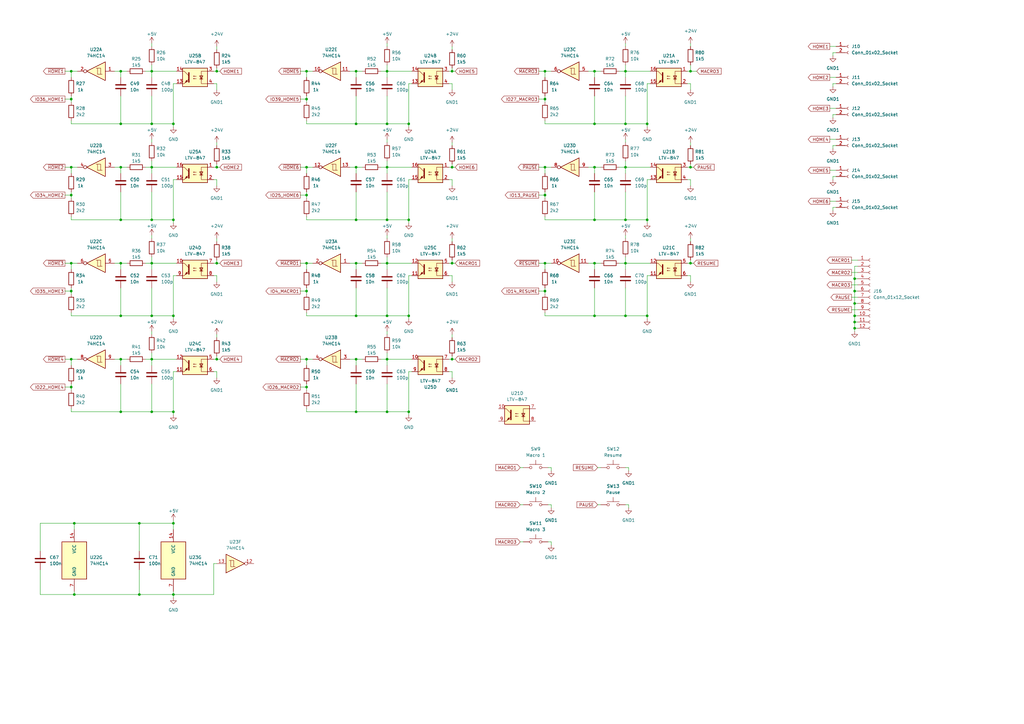
<source format=kicad_sch>
(kicad_sch (version 20230121) (generator eeschema)
  (paper "A3")
  (junction (at 49.53 147.32))
  (junction (at 146.05 50.8))
  (junction (at 62.23 129.54))
  (junction (at 125.73 147.32))
  (junction (at 158.75 29.21))
  (junction (at 146.05 68.58))
  (junction (at 256.54 29.21))
  (junction (at 158.75 68.58))
  (junction (at 62.23 68.58))
  (junction (at 167.64 168.91))
  (junction (at 350.52 132.08))
  (junction (at 223.52 119.38))
  (junction (at 49.53 129.54))
  (junction (at 243.84 90.17))
  (junction (at 29.21 147.32))
  (junction (at 71.12 129.54))
  (junction (at 125.73 29.21))
  (junction (at 125.73 119.38))
  (junction (at 265.43 90.17))
  (junction (at 243.84 68.58))
  (junction (at 243.84 50.8))
  (junction (at 71.12 90.17))
  (junction (at 256.54 50.8))
  (junction (at 29.21 107.95))
  (junction (at 265.43 129.54))
  (junction (at 30.48 243.84))
  (junction (at 146.05 168.91))
  (junction (at 29.21 119.38))
  (junction (at 283.21 29.21))
  (junction (at 57.15 243.84))
  (junction (at 243.84 129.54))
  (junction (at 256.54 129.54))
  (junction (at 350.52 134.62))
  (junction (at 49.53 107.95))
  (junction (at 146.05 29.21))
  (junction (at 125.73 107.95))
  (junction (at 71.12 50.8))
  (junction (at 185.42 147.32))
  (junction (at 283.21 68.58))
  (junction (at 185.42 107.95))
  (junction (at 71.12 214.63))
  (junction (at 29.21 40.64))
  (junction (at 223.52 40.64))
  (junction (at 49.53 168.91))
  (junction (at 125.73 68.58))
  (junction (at 350.52 129.54))
  (junction (at 62.23 147.32))
  (junction (at 256.54 90.17))
  (junction (at 88.9 107.95))
  (junction (at 158.75 90.17))
  (junction (at 49.53 90.17))
  (junction (at 158.75 129.54))
  (junction (at 223.52 29.21))
  (junction (at 49.53 50.8))
  (junction (at 146.05 129.54))
  (junction (at 350.52 114.3))
  (junction (at 350.52 119.38))
  (junction (at 158.75 107.95))
  (junction (at 125.73 40.64))
  (junction (at 265.43 50.8))
  (junction (at 167.64 50.8))
  (junction (at 185.42 29.21))
  (junction (at 223.52 107.95))
  (junction (at 29.21 80.01))
  (junction (at 49.53 68.58))
  (junction (at 62.23 107.95))
  (junction (at 167.64 129.54))
  (junction (at 146.05 147.32))
  (junction (at 29.21 68.58))
  (junction (at 71.12 243.84))
  (junction (at 223.52 80.01))
  (junction (at 62.23 90.17))
  (junction (at 256.54 107.95))
  (junction (at 146.05 90.17))
  (junction (at 29.21 158.75))
  (junction (at 71.12 168.91))
  (junction (at 62.23 29.21))
  (junction (at 256.54 68.58))
  (junction (at 146.05 107.95))
  (junction (at 158.75 168.91))
  (junction (at 243.84 107.95))
  (junction (at 88.9 29.21))
  (junction (at 243.84 29.21))
  (junction (at 57.15 214.63))
  (junction (at 185.42 68.58))
  (junction (at 49.53 29.21))
  (junction (at 125.73 158.75))
  (junction (at 223.52 68.58))
  (junction (at 62.23 50.8))
  (junction (at 62.23 168.91))
  (junction (at 350.52 124.46))
  (junction (at 30.48 214.63))
  (junction (at 158.75 147.32))
  (junction (at 158.75 50.8))
  (junction (at 125.73 80.01))
  (junction (at 88.9 68.58))
  (junction (at 88.9 147.32))
  (junction (at 283.21 107.95))
  (junction (at 29.21 29.21))
  (junction (at 167.64 90.17))
  (wire (pts (xy 349.25 106.68) (xy 351.79 106.68)))
  (wire (pts (xy 125.73 88.9) (xy 125.73 90.17)))
  (wire (pts (xy 87.63 243.84) (xy 71.12 243.84)))
  (wire (pts (xy 29.21 78.74) (xy 29.21 80.01)))
  (wire (pts (xy 283.21 58.42) (xy 283.21 59.69)))
  (wire (pts (xy 256.54 90.17) (xy 256.54 78.74)))
  (wire (pts (xy 29.21 50.8) (xy 49.53 50.8)))
  (wire (pts (xy 243.84 31.75) (xy 243.84 29.21)))
  (wire (pts (xy 88.9 107.95) (xy 90.17 107.95)))
  (wire (pts (xy 146.05 168.91) (xy 158.75 168.91)))
  (wire (pts (xy 158.75 66.04) (xy 158.75 68.58)))
  (wire (pts (xy 283.21 106.68) (xy 283.21 107.95)))
  (wire (pts (xy 146.05 147.32) (xy 148.59 147.32)))
  (wire (pts (xy 283.21 34.29) (xy 283.21 36.83)))
  (wire (pts (xy 125.73 128.27) (xy 125.73 129.54)))
  (wire (pts (xy 128.27 29.21) (xy 125.73 29.21)))
  (wire (pts (xy 245.11 191.77) (xy 246.38 191.77)))
  (wire (pts (xy 265.43 113.03) (xy 266.7 113.03)))
  (wire (pts (xy 29.21 49.53) (xy 29.21 50.8)))
  (wire (pts (xy 62.23 107.95) (xy 72.39 107.95)))
  (wire (pts (xy 125.73 29.21) (xy 125.73 31.75)))
  (wire (pts (xy 349.25 116.84) (xy 351.79 116.84)))
  (wire (pts (xy 350.52 119.38) (xy 351.79 119.38)))
  (wire (pts (xy 146.05 31.75) (xy 146.05 29.21)))
  (wire (pts (xy 88.9 106.68) (xy 88.9 107.95)))
  (wire (pts (xy 156.21 68.58) (xy 158.75 68.58)))
  (wire (pts (xy 16.51 233.68) (xy 16.51 243.84)))
  (wire (pts (xy 16.51 243.84) (xy 30.48 243.84)))
  (wire (pts (xy 167.64 73.66) (xy 168.91 73.66)))
  (wire (pts (xy 146.05 50.8) (xy 158.75 50.8)))
  (wire (pts (xy 223.52 78.74) (xy 223.52 80.01)))
  (wire (pts (xy 185.42 113.03) (xy 185.42 115.57)))
  (wire (pts (xy 62.23 135.89) (xy 62.23 137.16)))
  (wire (pts (xy 46.99 29.21) (xy 49.53 29.21)))
  (wire (pts (xy 349.25 127) (xy 351.79 127)))
  (wire (pts (xy 57.15 214.63) (xy 71.12 214.63)))
  (wire (pts (xy 256.54 107.95) (xy 256.54 110.49)))
  (wire (pts (xy 256.54 68.58) (xy 256.54 71.12)))
  (wire (pts (xy 283.21 97.79) (xy 283.21 99.06)))
  (wire (pts (xy 350.52 129.54) (xy 350.52 124.46)))
  (wire (pts (xy 88.9 152.4) (xy 88.9 154.94)))
  (wire (pts (xy 88.9 67.31) (xy 88.9 68.58)))
  (wire (pts (xy 26.67 107.95) (xy 29.21 107.95)))
  (wire (pts (xy 26.67 40.64) (xy 29.21 40.64)))
  (wire (pts (xy 223.52 39.37) (xy 223.52 40.64)))
  (wire (pts (xy 341.63 21.59) (xy 341.63 22.86)))
  (wire (pts (xy 281.94 73.66) (xy 283.21 73.66)))
  (wire (pts (xy 88.9 19.05) (xy 88.9 20.32)))
  (wire (pts (xy 224.79 222.25) (xy 226.06 222.25)))
  (wire (pts (xy 71.12 168.91) (xy 71.12 170.18)))
  (wire (pts (xy 71.12 214.63) (xy 71.12 217.17)))
  (wire (pts (xy 283.21 107.95) (xy 284.48 107.95)))
  (wire (pts (xy 125.73 49.53) (xy 125.73 50.8)))
  (wire (pts (xy 243.84 129.54) (xy 256.54 129.54)))
  (wire (pts (xy 87.63 34.29) (xy 88.9 34.29)))
  (wire (pts (xy 350.52 119.38) (xy 350.52 114.3)))
  (wire (pts (xy 29.21 107.95) (xy 29.21 110.49)))
  (wire (pts (xy 29.21 88.9) (xy 29.21 90.17)))
  (wire (pts (xy 185.42 146.05) (xy 185.42 147.32)))
  (wire (pts (xy 220.98 80.01) (xy 223.52 80.01)))
  (wire (pts (xy 350.52 124.46) (xy 350.52 119.38)))
  (wire (pts (xy 88.9 137.16) (xy 88.9 138.43)))
  (wire (pts (xy 283.21 67.31) (xy 283.21 68.58)))
  (wire (pts (xy 29.21 129.54) (xy 49.53 129.54)))
  (wire (pts (xy 49.53 107.95) (xy 52.07 107.95)))
  (wire (pts (xy 158.75 147.32) (xy 168.91 147.32)))
  (wire (pts (xy 146.05 110.49) (xy 146.05 107.95)))
  (wire (pts (xy 49.53 168.91) (xy 62.23 168.91)))
  (wire (pts (xy 350.52 129.54) (xy 351.79 129.54)))
  (wire (pts (xy 62.23 17.78) (xy 62.23 19.05)))
  (wire (pts (xy 71.12 242.57) (xy 71.12 243.84)))
  (wire (pts (xy 184.15 147.32) (xy 185.42 147.32)))
  (wire (pts (xy 125.73 168.91) (xy 146.05 168.91)))
  (wire (pts (xy 49.53 118.11) (xy 49.53 129.54)))
  (wire (pts (xy 223.52 50.8) (xy 243.84 50.8)))
  (wire (pts (xy 123.19 68.58) (xy 125.73 68.58)))
  (wire (pts (xy 185.42 107.95) (xy 186.69 107.95)))
  (wire (pts (xy 87.63 29.21) (xy 88.9 29.21)))
  (wire (pts (xy 243.84 118.11) (xy 243.84 129.54)))
  (wire (pts (xy 158.75 50.8) (xy 158.75 39.37)))
  (wire (pts (xy 167.64 113.03) (xy 167.64 129.54)))
  (wire (pts (xy 167.64 152.4) (xy 168.91 152.4)))
  (wire (pts (xy 30.48 214.63) (xy 57.15 214.63)))
  (wire (pts (xy 256.54 26.67) (xy 256.54 29.21)))
  (wire (pts (xy 46.99 147.32) (xy 49.53 147.32)))
  (wire (pts (xy 62.23 144.78) (xy 62.23 147.32)))
  (wire (pts (xy 340.36 19.05) (xy 342.9 19.05)))
  (wire (pts (xy 49.53 31.75) (xy 49.53 29.21)))
  (wire (pts (xy 158.75 68.58) (xy 168.91 68.58)))
  (wire (pts (xy 184.15 113.03) (xy 185.42 113.03)))
  (wire (pts (xy 29.21 147.32) (xy 29.21 149.86)))
  (wire (pts (xy 146.05 118.11) (xy 146.05 129.54)))
  (wire (pts (xy 265.43 113.03) (xy 265.43 129.54)))
  (wire (pts (xy 29.21 119.38) (xy 29.21 120.65)))
  (wire (pts (xy 265.43 73.66) (xy 265.43 90.17)))
  (wire (pts (xy 184.15 107.95) (xy 185.42 107.95)))
  (wire (pts (xy 185.42 68.58) (xy 186.69 68.58)))
  (wire (pts (xy 158.75 68.58) (xy 158.75 71.12)))
  (wire (pts (xy 223.52 40.64) (xy 223.52 41.91)))
  (wire (pts (xy 29.21 40.64) (xy 29.21 41.91)))
  (wire (pts (xy 62.23 26.67) (xy 62.23 29.21)))
  (wire (pts (xy 350.52 134.62) (xy 350.52 132.08)))
  (wire (pts (xy 257.81 191.77) (xy 257.81 193.04)))
  (wire (pts (xy 158.75 144.78) (xy 158.75 147.32)))
  (wire (pts (xy 125.73 167.64) (xy 125.73 168.91)))
  (wire (pts (xy 340.36 31.75) (xy 342.9 31.75)))
  (wire (pts (xy 185.42 106.68) (xy 185.42 107.95)))
  (wire (pts (xy 87.63 113.03) (xy 88.9 113.03)))
  (wire (pts (xy 226.06 207.01) (xy 226.06 208.28)))
  (wire (pts (xy 241.3 29.21) (xy 243.84 29.21)))
  (wire (pts (xy 72.39 152.4) (xy 71.12 152.4)))
  (wire (pts (xy 156.21 29.21) (xy 158.75 29.21)))
  (wire (pts (xy 256.54 17.78) (xy 256.54 19.05)))
  (wire (pts (xy 62.23 50.8) (xy 62.23 39.37)))
  (wire (pts (xy 256.54 29.21) (xy 256.54 31.75)))
  (wire (pts (xy 146.05 129.54) (xy 158.75 129.54)))
  (wire (pts (xy 26.67 29.21) (xy 29.21 29.21)))
  (wire (pts (xy 88.9 147.32) (xy 90.17 147.32)))
  (wire (pts (xy 220.98 107.95) (xy 223.52 107.95)))
  (wire (pts (xy 123.19 40.64) (xy 125.73 40.64)))
  (wire (pts (xy 158.75 29.21) (xy 158.75 31.75)))
  (wire (pts (xy 243.84 50.8) (xy 256.54 50.8)))
  (wire (pts (xy 341.63 34.29) (xy 341.63 35.56)))
  (wire (pts (xy 185.42 27.94) (xy 185.42 29.21)))
  (wire (pts (xy 158.75 57.15) (xy 158.75 58.42)))
  (wire (pts (xy 62.23 57.15) (xy 62.23 58.42)))
  (wire (pts (xy 167.64 90.17) (xy 158.75 90.17)))
  (wire (pts (xy 243.84 68.58) (xy 246.38 68.58)))
  (wire (pts (xy 220.98 29.21) (xy 223.52 29.21)))
  (wire (pts (xy 49.53 78.74) (xy 49.53 90.17)))
  (wire (pts (xy 87.63 73.66) (xy 88.9 73.66)))
  (wire (pts (xy 29.21 128.27) (xy 29.21 129.54)))
  (wire (pts (xy 341.63 59.69) (xy 341.63 60.96)))
  (wire (pts (xy 223.52 129.54) (xy 243.84 129.54)))
  (wire (pts (xy 281.94 113.03) (xy 283.21 113.03)))
  (wire (pts (xy 223.52 49.53) (xy 223.52 50.8)))
  (wire (pts (xy 88.9 146.05) (xy 88.9 147.32)))
  (wire (pts (xy 223.52 90.17) (xy 243.84 90.17)))
  (wire (pts (xy 156.21 147.32) (xy 158.75 147.32)))
  (wire (pts (xy 125.73 129.54) (xy 146.05 129.54)))
  (wire (pts (xy 88.9 97.79) (xy 88.9 99.06)))
  (wire (pts (xy 62.23 66.04) (xy 62.23 68.58)))
  (wire (pts (xy 125.73 80.01) (xy 125.73 81.28)))
  (wire (pts (xy 146.05 78.74) (xy 146.05 90.17)))
  (wire (pts (xy 220.98 40.64) (xy 223.52 40.64)))
  (wire (pts (xy 30.48 243.84) (xy 57.15 243.84)))
  (wire (pts (xy 57.15 233.68) (xy 57.15 243.84)))
  (wire (pts (xy 281.94 107.95) (xy 283.21 107.95)))
  (wire (pts (xy 62.23 168.91) (xy 62.23 157.48)))
  (wire (pts (xy 72.39 73.66) (xy 71.12 73.66)))
  (wire (pts (xy 29.21 157.48) (xy 29.21 158.75)))
  (wire (pts (xy 220.98 68.58) (xy 223.52 68.58)))
  (wire (pts (xy 71.12 50.8) (xy 71.12 52.07)))
  (wire (pts (xy 226.06 107.95) (xy 223.52 107.95)))
  (wire (pts (xy 146.05 90.17) (xy 158.75 90.17)))
  (wire (pts (xy 266.7 73.66) (xy 265.43 73.66)))
  (wire (pts (xy 29.21 90.17) (xy 49.53 90.17)))
  (wire (pts (xy 281.94 68.58) (xy 283.21 68.58)))
  (wire (pts (xy 29.21 167.64) (xy 29.21 168.91)))
  (wire (pts (xy 26.67 68.58) (xy 29.21 68.58)))
  (wire (pts (xy 62.23 96.52) (xy 62.23 97.79)))
  (wire (pts (xy 59.69 107.95) (xy 62.23 107.95)))
  (wire (pts (xy 125.73 68.58) (xy 125.73 71.12)))
  (wire (pts (xy 167.64 129.54) (xy 158.75 129.54)))
  (wire (pts (xy 167.64 129.54) (xy 167.64 130.81)))
  (wire (pts (xy 49.53 29.21) (xy 52.07 29.21)))
  (wire (pts (xy 123.19 119.38) (xy 125.73 119.38)))
  (wire (pts (xy 88.9 68.58) (xy 90.17 68.58)))
  (wire (pts (xy 256.54 96.52) (xy 256.54 97.79)))
  (wire (pts (xy 88.9 58.42) (xy 88.9 59.69)))
  (wire (pts (xy 62.23 147.32) (xy 72.39 147.32)))
  (wire (pts (xy 46.99 68.58) (xy 49.53 68.58)))
  (wire (pts (xy 87.63 107.95) (xy 88.9 107.95)))
  (wire (pts (xy 62.23 29.21) (xy 72.39 29.21)))
  (wire (pts (xy 243.84 39.37) (xy 243.84 50.8)))
  (wire (pts (xy 71.12 243.84) (xy 71.12 245.11)))
  (wire (pts (xy 158.75 26.67) (xy 158.75 29.21)))
  (wire (pts (xy 350.52 135.89) (xy 350.52 134.62)))
  (wire (pts (xy 71.12 34.29) (xy 71.12 50.8)))
  (wire (pts (xy 123.19 29.21) (xy 125.73 29.21)))
  (wire (pts (xy 29.21 168.91) (xy 49.53 168.91)))
  (wire (pts (xy 49.53 68.58) (xy 52.07 68.58)))
  (wire (pts (xy 184.15 34.29) (xy 185.42 34.29)))
  (wire (pts (xy 283.21 73.66) (xy 283.21 76.2)))
  (wire (pts (xy 226.06 68.58) (xy 223.52 68.58)))
  (wire (pts (xy 349.25 111.76) (xy 351.79 111.76)))
  (wire (pts (xy 223.52 80.01) (xy 223.52 81.28)))
  (wire (pts (xy 88.9 34.29) (xy 88.9 36.83)))
  (wire (pts (xy 254 107.95) (xy 256.54 107.95)))
  (wire (pts (xy 342.9 85.09) (xy 341.63 85.09)))
  (wire (pts (xy 185.42 58.42) (xy 185.42 59.69)))
  (wire (pts (xy 223.52 118.11) (xy 223.52 119.38)))
  (wire (pts (xy 243.84 71.12) (xy 243.84 68.58)))
  (wire (pts (xy 31.75 107.95) (xy 29.21 107.95)))
  (wire (pts (xy 143.51 147.32) (xy 146.05 147.32)))
  (wire (pts (xy 350.52 114.3) (xy 351.79 114.3)))
  (wire (pts (xy 283.21 17.78) (xy 283.21 19.05)))
  (wire (pts (xy 158.75 17.78) (xy 158.75 19.05)))
  (wire (pts (xy 87.63 152.4) (xy 88.9 152.4)))
  (wire (pts (xy 158.75 129.54) (xy 158.75 118.11)))
  (wire (pts (xy 146.05 157.48) (xy 146.05 168.91)))
  (wire (pts (xy 256.54 68.58) (xy 266.7 68.58)))
  (wire (pts (xy 256.54 207.01) (xy 257.81 207.01)))
  (wire (pts (xy 167.64 152.4) (xy 167.64 168.91)))
  (wire (pts (xy 243.84 110.49) (xy 243.84 107.95)))
  (wire (pts (xy 350.52 134.62) (xy 351.79 134.62)))
  (wire (pts (xy 185.42 97.79) (xy 185.42 99.06)))
  (wire (pts (xy 256.54 57.15) (xy 256.54 58.42)))
  (wire (pts (xy 254 68.58) (xy 256.54 68.58)))
  (wire (pts (xy 72.39 113.03) (xy 71.12 113.03)))
  (wire (pts (xy 49.53 90.17) (xy 62.23 90.17)))
  (wire (pts (xy 125.73 39.37) (xy 125.73 40.64)))
  (wire (pts (xy 62.23 129.54) (xy 62.23 118.11)))
  (wire (pts (xy 213.36 191.77) (xy 214.63 191.77)))
  (wire (pts (xy 243.84 90.17) (xy 256.54 90.17)))
  (wire (pts (xy 213.36 207.01) (xy 214.63 207.01)))
  (wire (pts (xy 71.12 168.91) (xy 62.23 168.91)))
  (wire (pts (xy 158.75 96.52) (xy 158.75 97.79)))
  (wire (pts (xy 340.36 57.15) (xy 342.9 57.15)))
  (wire (pts (xy 224.79 191.77) (xy 226.06 191.77)))
  (wire (pts (xy 167.64 168.91) (xy 158.75 168.91)))
  (wire (pts (xy 185.42 67.31) (xy 185.42 68.58)))
  (wire (pts (xy 283.21 68.58) (xy 284.48 68.58)))
  (wire (pts (xy 226.06 191.77) (xy 226.06 193.04)))
  (wire (pts (xy 72.39 34.29) (xy 71.12 34.29)))
  (wire (pts (xy 71.12 50.8) (xy 62.23 50.8)))
  (wire (pts (xy 350.52 132.08) (xy 351.79 132.08)))
  (wire (pts (xy 158.75 135.89) (xy 158.75 137.16)))
  (wire (pts (xy 29.21 29.21) (xy 29.21 31.75)))
  (wire (pts (xy 49.53 157.48) (xy 49.53 168.91)))
  (wire (pts (xy 243.84 29.21) (xy 246.38 29.21)))
  (wire (pts (xy 283.21 113.03) (xy 283.21 115.57)))
  (wire (pts (xy 158.75 107.95) (xy 158.75 110.49)))
  (wire (pts (xy 31.75 29.21) (xy 29.21 29.21)))
  (wire (pts (xy 125.73 158.75) (xy 125.73 160.02)))
  (wire (pts (xy 265.43 90.17) (xy 265.43 91.44)))
  (wire (pts (xy 265.43 34.29) (xy 266.7 34.29)))
  (wire (pts (xy 57.15 243.84) (xy 71.12 243.84)))
  (wire (pts (xy 350.52 124.46) (xy 351.79 124.46)))
  (wire (pts (xy 29.21 39.37) (xy 29.21 40.64)))
  (wire (pts (xy 167.64 73.66) (xy 167.64 90.17)))
  (wire (pts (xy 62.23 105.41) (xy 62.23 107.95)))
  (wire (pts (xy 223.52 29.21) (xy 226.06 29.21)))
  (wire (pts (xy 158.75 90.17) (xy 158.75 78.74)))
  (wire (pts (xy 223.52 68.58) (xy 223.52 71.12)))
  (wire (pts (xy 31.75 147.32) (xy 29.21 147.32)))
  (wire (pts (xy 185.42 34.29) (xy 185.42 36.83)))
  (wire (pts (xy 167.64 34.29) (xy 167.64 50.8)))
  (wire (pts (xy 30.48 242.57) (xy 30.48 243.84)))
  (wire (pts (xy 71.12 113.03) (xy 71.12 129.54)))
  (wire (pts (xy 256.54 29.21) (xy 266.7 29.21)))
  (wire (pts (xy 243.84 78.74) (xy 243.84 90.17)))
  (wire (pts (xy 123.19 107.95) (xy 125.73 107.95)))
  (wire (pts (xy 71.12 73.66) (xy 71.12 90.17)))
  (wire (pts (xy 184.15 152.4) (xy 185.42 152.4)))
  (wire (pts (xy 125.73 147.32) (xy 125.73 149.86)))
  (wire (pts (xy 254 29.21) (xy 256.54 29.21)))
  (wire (pts (xy 265.43 50.8) (xy 265.43 52.07)))
  (wire (pts (xy 88.9 113.03) (xy 88.9 115.57)))
  (wire (pts (xy 342.9 46.99) (xy 341.63 46.99)))
  (wire (pts (xy 256.54 50.8) (xy 256.54 39.37)))
  (wire (pts (xy 342.9 59.69) (xy 341.63 59.69)))
  (wire (pts (xy 26.67 158.75) (xy 29.21 158.75)))
  (wire (pts (xy 184.15 73.66) (xy 185.42 73.66)))
  (wire (pts (xy 185.42 147.32) (xy 186.69 147.32)))
  (wire (pts (xy 245.11 207.01) (xy 246.38 207.01)))
  (wire (pts (xy 125.73 78.74) (xy 125.73 80.01)))
  (wire (pts (xy 49.53 147.32) (xy 52.07 147.32)))
  (wire (pts (xy 57.15 214.63) (xy 57.15 226.06)))
  (wire (pts (xy 213.36 222.25) (xy 214.63 222.25)))
  (wire (pts (xy 342.9 72.39) (xy 341.63 72.39)))
  (wire (pts (xy 256.54 105.41) (xy 256.54 107.95)))
  (wire (pts (xy 62.23 29.21) (xy 62.23 31.75)))
  (wire (pts (xy 59.69 147.32) (xy 62.23 147.32)))
  (wire (pts (xy 49.53 50.8) (xy 62.23 50.8)))
  (wire (pts (xy 62.23 147.32) (xy 62.23 149.86)))
  (wire (pts (xy 125.73 118.11) (xy 125.73 119.38)))
  (wire (pts (xy 223.52 119.38) (xy 223.52 120.65)))
  (wire (pts (xy 265.43 129.54) (xy 265.43 130.81)))
  (wire (pts (xy 26.67 119.38) (xy 29.21 119.38)))
  (wire (pts (xy 62.23 107.95) (xy 62.23 110.49)))
  (wire (pts (xy 71.12 90.17) (xy 71.12 91.44)))
  (wire (pts (xy 256.54 129.54) (xy 256.54 118.11)))
  (wire (pts (xy 342.9 21.59) (xy 341.63 21.59)))
  (wire (pts (xy 158.75 105.41) (xy 158.75 107.95)))
  (wire (pts (xy 158.75 29.21) (xy 168.91 29.21)))
  (wire (pts (xy 71.12 213.36) (xy 71.12 214.63)))
  (wire (pts (xy 46.99 107.95) (xy 49.53 107.95)))
  (wire (pts (xy 283.21 26.67) (xy 283.21 29.21)))
  (wire (pts (xy 146.05 107.95) (xy 148.59 107.95)))
  (wire (pts (xy 146.05 68.58) (xy 148.59 68.58)))
  (wire (pts (xy 125.73 107.95) (xy 125.73 110.49)))
  (wire (pts (xy 281.94 29.21) (xy 283.21 29.21)))
  (wire (pts (xy 49.53 149.86) (xy 49.53 147.32)))
  (wire (pts (xy 158.75 107.95) (xy 168.91 107.95)))
  (wire (pts (xy 71.12 90.17) (xy 62.23 90.17)))
  (wire (pts (xy 158.75 147.32) (xy 158.75 149.86)))
  (wire (pts (xy 29.21 158.75) (xy 29.21 160.02)))
  (wire (pts (xy 62.23 68.58) (xy 72.39 68.58)))
  (wire (pts (xy 88.9 231.14) (xy 87.63 231.14)))
  (wire (pts (xy 143.51 29.21) (xy 146.05 29.21)))
  (wire (pts (xy 281.94 34.29) (xy 283.21 34.29)))
  (wire (pts (xy 125.73 68.58) (xy 128.27 68.58)))
  (wire (pts (xy 62.23 90.17) (xy 62.23 78.74)))
  (wire (pts (xy 185.42 73.66) (xy 185.42 76.2)))
  (wire (pts (xy 350.52 114.3) (xy 350.52 109.22)))
  (wire (pts (xy 88.9 73.66) (xy 88.9 76.2)))
  (wire (pts (xy 167.64 34.29) (xy 168.91 34.29)))
  (wire (pts (xy 49.53 39.37) (xy 49.53 50.8)))
  (wire (pts (xy 49.53 71.12) (xy 49.53 68.58)))
  (wire (pts (xy 71.12 152.4) (xy 71.12 168.91)))
  (wire (pts (xy 283.21 29.21) (xy 285.75 29.21)))
  (wire (pts (xy 167.64 50.8) (xy 158.75 50.8)))
  (wire (pts (xy 265.43 90.17) (xy 256.54 90.17)))
  (wire (pts (xy 184.15 29.21) (xy 185.42 29.21)))
  (wire (pts (xy 243.84 107.95) (xy 246.38 107.95)))
  (wire (pts (xy 341.63 72.39) (xy 341.63 73.66)))
  (wire (pts (xy 257.81 207.01) (xy 257.81 208.28)))
  (wire (pts (xy 143.51 107.95) (xy 146.05 107.95)))
  (wire (pts (xy 125.73 90.17) (xy 146.05 90.17)))
  (wire (pts (xy 87.63 231.14) (xy 87.63 243.84)))
  (wire (pts (xy 185.42 29.21) (xy 186.69 29.21)))
  (wire (pts (xy 241.3 107.95) (xy 243.84 107.95)))
  (wire (pts (xy 223.52 88.9) (xy 223.52 90.17)))
  (wire (pts (xy 158.75 168.91) (xy 158.75 157.48)))
  (wire (pts (xy 256.54 107.95) (xy 266.7 107.95)))
  (wire (pts (xy 185.42 152.4) (xy 185.42 154.94)))
  (wire (pts (xy 167.64 168.91) (xy 167.64 170.18)))
  (wire (pts (xy 156.21 107.95) (xy 158.75 107.95)))
  (wire (pts (xy 265.43 129.54) (xy 256.54 129.54)))
  (wire (pts (xy 49.53 129.54) (xy 62.23 129.54)))
  (wire (pts (xy 167.64 90.17) (xy 167.64 91.44)))
  (wire (pts (xy 26.67 147.32) (xy 29.21 147.32)))
  (wire (pts (xy 88.9 27.94) (xy 88.9 29.21)))
  (wire (pts (xy 340.36 44.45) (xy 342.9 44.45)))
  (wire (pts (xy 340.36 82.55) (xy 342.9 82.55)))
  (wire (pts (xy 88.9 147.32) (xy 87.63 147.32)))
  (wire (pts (xy 125.73 50.8) (xy 146.05 50.8)))
  (wire (pts (xy 29.21 118.11) (xy 29.21 119.38)))
  (wire (pts (xy 167.64 113.03) (xy 168.91 113.03)))
  (wire (pts (xy 123.19 80.01) (xy 125.73 80.01)))
  (wire (pts (xy 59.69 68.58) (xy 62.23 68.58)))
  (wire (pts (xy 29.21 68.58) (xy 29.21 71.12)))
  (wire (pts (xy 223.52 29.21) (xy 223.52 31.75)))
  (wire (pts (xy 31.75 68.58) (xy 29.21 68.58)))
  (wire (pts (xy 342.9 34.29) (xy 341.63 34.29)))
  (wire (pts (xy 241.3 68.58) (xy 243.84 68.58)))
  (wire (pts (xy 62.23 68.58) (xy 62.23 71.12)))
  (wire (pts (xy 256.54 191.77) (xy 257.81 191.77)))
  (wire (pts (xy 16.51 214.63) (xy 30.48 214.63)))
  (wire (pts (xy 184.15 68.58) (xy 185.42 68.58)))
  (wire (pts (xy 49.53 110.49) (xy 49.53 107.95)))
  (wire (pts (xy 146.05 39.37) (xy 146.05 50.8)))
  (wire (pts (xy 185.42 19.05) (xy 185.42 20.32)))
  (wire (pts (xy 123.19 158.75) (xy 125.73 158.75)))
  (wire (pts (xy 16.51 226.06) (xy 16.51 214.63)))
  (wire (pts (xy 87.63 68.58) (xy 88.9 68.58)))
  (wire (pts (xy 125.73 40.64) (xy 125.73 41.91)))
  (wire (pts (xy 71.12 129.54) (xy 71.12 130.81)))
  (wire (pts (xy 349.25 121.92) (xy 351.79 121.92)))
  (wire (pts (xy 265.43 34.29) (xy 265.43 50.8)))
  (wire (pts (xy 265.43 50.8) (xy 256.54 50.8)))
  (wire (pts (xy 125.73 157.48) (xy 125.73 158.75)))
  (wire (pts (xy 226.06 222.25) (xy 226.06 223.52)))
  (wire (pts (xy 350.52 109.22) (xy 351.79 109.22)))
  (wire (pts (xy 223.52 128.27) (xy 223.52 129.54)))
  (wire (pts (xy 71.12 129.54) (xy 62.23 129.54)))
  (wire (pts (xy 223.52 107.95) (xy 223.52 110.49)))
  (wire (pts (xy 185.42 137.16) (xy 185.42 138.43)))
  (wire (pts (xy 123.19 147.32) (xy 125.73 147.32)))
  (wire (pts (xy 146.05 29.21) (xy 148.59 29.21)))
  (wire (pts (xy 146.05 149.86) (xy 146.05 147.32)))
  (wire (pts (xy 146.05 71.12) (xy 146.05 68.58)))
  (wire (pts (xy 167.64 50.8) (xy 167.64 52.07)))
  (wire (pts (xy 125.73 119.38) (xy 125.73 120.65)))
  (wire (pts (xy 341.63 85.09) (xy 341.63 86.36)))
  (wire (pts (xy 256.54 66.04) (xy 256.54 68.58)))
  (wire (pts (xy 30.48 217.17) (xy 30.48 214.63)))
  (wire (pts (xy 59.69 29.21) (xy 62.23 29.21)))
  (wire (pts (xy 128.27 147.32) (xy 125.73 147.32)))
  (wire (pts (xy 143.51 68.58) (xy 146.05 68.58)))
  (wire (pts (xy 26.67 80.01) (xy 29.21 80.01)))
  (wire (pts (xy 224.79 207.01) (xy 226.06 207.01)))
  (wire (pts (xy 341.63 46.99) (xy 341.63 48.26)))
  (wire (pts (xy 220.98 119.38) (xy 223.52 119.38)))
  (wire (pts (xy 128.27 107.95) (xy 125.73 107.95)))
  (wire (pts (xy 29.21 80.01) (xy 29.21 81.28)))
  (wire (pts (xy 350.52 132.08) (xy 350.52 129.54)))
  (wire (pts (xy 340.36 69.85) (xy 342.9 69.85)))
  (wire (pts (xy 88.9 29.21) (xy 90.17 29.21)))
  (global_label "HOME2" (shape output) (at 340.36 31.75 180) (property "Intersheetrefs" "${INTERSHEET_REFS}" (effects hide)))
  (global_label "IO22_HOME4" (shape output) (at 26.67 158.75 180) (property "Intersheetrefs" "${INTERSHEET_REFS}" (effects hide)))
  (global_label "PAUSE" (shape input) (at 245.11 207.01 180) (property "Intersheetrefs" "${INTERSHEET_REFS}" (effects hide)))
  (global_label "HOME1" (shape output) (at 340.36 19.05 180) (property "Intersheetrefs" "${INTERSHEET_REFS}" (effects hide)))
  (global_label "~{RESUME}" (shape output) (at 220.98 107.95 180) (property "Intersheetrefs" "${INTERSHEET_REFS}" (effects hide)))
  (global_label "IO27_MACRO3" (shape output) (at 220.98 40.64 180) (property "Intersheetrefs" "${INTERSHEET_REFS}" (effects hide)))
  (global_label "~{HOME6}" (shape output) (at 123.19 68.58 180) (property "Intersheetrefs" "${INTERSHEET_REFS}" (effects hide)))
  (global_label "MACRO1" (shape output) (at 349.25 106.68 180) (property "Intersheetrefs" "${INTERSHEET_REFS}" (effects hide)))
  (global_label "HOME1" (shape input) (at 90.17 29.21 0) (property "Intersheetrefs" "${INTERSHEET_REFS}" (effects hide)))
  (global_label "MACRO1" (shape input) (at 186.69 107.95 0) (property "Intersheetrefs" "${INTERSHEET_REFS}" (effects hide)))
  (global_label "HOME4" (shape output) (at 340.36 57.15 180) (property "Intersheetrefs" "${INTERSHEET_REFS}" (effects hide)))
  (global_label "IO39_HOME5" (shape output) (at 123.19 40.64 180) (property "Intersheetrefs" "${INTERSHEET_REFS}" (effects hide)))
  (global_label "HOME2" (shape input) (at 90.17 68.58 0) (property "Intersheetrefs" "${INTERSHEET_REFS}" (effects hide)))
  (global_label "IO26_MACRO2" (shape output) (at 123.19 158.75 180) (property "Intersheetrefs" "${INTERSHEET_REFS}" (effects hide)))
  (global_label "HOME3" (shape output) (at 340.36 44.45 180) (property "Intersheetrefs" "${INTERSHEET_REFS}" (effects hide)))
  (global_label "IO34_HOME2" (shape output) (at 26.67 80.01 180) (property "Intersheetrefs" "${INTERSHEET_REFS}" (effects hide)))
  (global_label "MACRO3" (shape input) (at 285.75 29.21 0) (property "Intersheetrefs" "${INTERSHEET_REFS}" (effects hide)))
  (global_label "IO25_HOME6" (shape output) (at 123.19 80.01 180) (property "Intersheetrefs" "${INTERSHEET_REFS}" (effects hide)))
  (global_label "HOME6" (shape output) (at 340.36 82.55 180) (property "Intersheetrefs" "${INTERSHEET_REFS}" (effects hide)))
  (global_label "IO14_RESUME" (shape output) (at 220.98 119.38 180) (property "Intersheetrefs" "${INTERSHEET_REFS}" (effects hide)))
  (global_label "RESUME" (shape output) (at 349.25 127 180) (property "Intersheetrefs" "${INTERSHEET_REFS}" (effects hide)))
  (global_label "PAUSE" (shape output) (at 349.25 121.92 180) (property "Intersheetrefs" "${INTERSHEET_REFS}" (effects hide)))
  (global_label "MACRO2" (shape input) (at 186.69 147.32 0) (property "Intersheetrefs" "${INTERSHEET_REFS}" (effects hide)))
  (global_label "HOME6" (shape input) (at 186.69 68.58 0) (property "Intersheetrefs" "${INTERSHEET_REFS}" (effects hide)))
  (global_label "MACRO3" (shape input) (at 213.36 222.25 180) (property "Intersheetrefs" "${INTERSHEET_REFS}" (effects hide)))
  (global_label "~{MACRO2}" (shape output) (at 123.19 147.32 180) (property "Intersheetrefs" "${INTERSHEET_REFS}" (effects hide)))
  (global_label "~{HOME3}" (shape output) (at 26.67 107.95 180) (property "Intersheetrefs" "${INTERSHEET_REFS}" (effects hide)))
  (global_label "~{MACRO3}" (shape output) (at 220.98 29.21 180) (property "Intersheetrefs" "${INTERSHEET_REFS}" (effects hide)))
  (global_label "HOME3" (shape input) (at 90.17 107.95 0) (property "Intersheetrefs" "${INTERSHEET_REFS}" (effects hide)))
  (global_label "~{HOME2}" (shape output) (at 26.67 68.58 180) (property "Intersheetrefs" "${INTERSHEET_REFS}" (effects hide)))
  (global_label "IO13_PAUSE" (shape output) (at 220.98 80.01 180) (property "Intersheetrefs" "${INTERSHEET_REFS}" (effects hide)))
  (global_label "~{HOME5}" (shape output) (at 123.19 29.21 180) (property "Intersheetrefs" "${INTERSHEET_REFS}" (effects hide)))
  (global_label "IO36_HOME1" (shape output) (at 26.67 40.64 180) (property "Intersheetrefs" "${INTERSHEET_REFS}" (effects hide)))
  (global_label "~{HOME1}" (shape output) (at 26.67 29.21 180) (property "Intersheetrefs" "${INTERSHEET_REFS}" (effects hide)))
  (global_label "RESUME" (shape input) (at 284.48 107.95 0) (property "Intersheetrefs" "${INTERSHEET_REFS}" (effects hide)))
  (global_label "MACRO2" (shape output) (at 349.25 111.76 180) (property "Intersheetrefs" "${INTERSHEET_REFS}" (effects hide)))
  (global_label "~{PAUSE}" (shape output) (at 220.98 68.58 180) (property "Intersheetrefs" "${INTERSHEET_REFS}" (effects hide)))
  (global_label "MACRO3" (shape output) (at 349.25 116.84 180) (property "Intersheetrefs" "${INTERSHEET_REFS}" (effects hide)))
  (global_label "IO35_HOME3" (shape output) (at 26.67 119.38 180) (property "Intersheetrefs" "${INTERSHEET_REFS}" (effects hide)))
  (global_label "HOME4" (shape input) (at 90.17 147.32 0) (property "Intersheetrefs" "${INTERSHEET_REFS}" (effects hide)))
  (global_label "~{MACRO1}" (shape output) (at 123.19 107.95 180) (property "Intersheetrefs" "${INTERSHEET_REFS}" (effects hide)))
  (global_label "HOME5" (shape input) (at 186.69 29.21 0) (property "Intersheetrefs" "${INTERSHEET_REFS}" (effects hide)))
  (global_label "MACRO2" (shape input) (at 213.36 207.01 180) (property "Intersheetrefs" "${INTERSHEET_REFS}" (effects hide)))
  (global_label "PAUSE" (shape input) (at 284.48 68.58 0) (property "Intersheetrefs" "${INTERSHEET_REFS}" (effects hide)))
  (global_label "HOME5" (shape output) (at 340.36 69.85 180) (property "Intersheetrefs" "${INTERSHEET_REFS}" (effects hide)))
  (global_label "~{HOME4}" (shape output) (at 26.67 147.32 180) (property "Intersheetrefs" "${INTERSHEET_REFS}" (effects hide)))
  (global_label "IO4_MACRO1" (shape output) (at 123.19 119.38 180) (property "Intersheetrefs" "${INTERSHEET_REFS}" (effects hide)))
  (global_label "MACRO1" (shape input) (at 213.36 191.77 180) (property "Intersheetrefs" "${INTERSHEET_REFS}" (effects hide)))
  (global_label "RESUME" (shape input) (at 245.11 191.77 180) (property "Intersheetrefs" "${INTERSHEET_REFS}" (effects hide)))
  (symbol (lib_id "power:+24V") (at 88.9 19.05 0) (unit 1)
    (property "Reference" "#PWR0119" (effects hide))
    (property "Value" "+24V" (at 88.9 13.97 0))
  )
  (symbol (lib_id "power:GND1") (at 88.9 76.2 0) (unit 1)
    (property "Reference" "#PWR089" (effects hide))
    (property "Value" "GND1" (at 88.9 81.28 0))
  )
  (symbol (lib_id "power:+24V") (at 283.21 17.78 0) (unit 1)
    (property "Reference" "#PWR0125" (effects hide))
    (property "Value" "+24V" (at 283.21 12.7 0))
  )
  (symbol (lib_id "power:+24V") (at 185.42 58.42 0) (unit 1)
    (property "Reference" "#PWR0124" (effects hide))
    (property "Value" "+24V" (at 185.42 53.34 0))
  )
  (symbol (lib_id "Isolator:LTV-847") (at 176.53 71.12 0) (mirror y) (unit 1)
    (property "Reference" "U24" (at 176.53 62.23 0))
    (property "Value" "LTV-847" (at 176.53 64.77 0))
    (property "Footprint" "Package_DIP:DIP-16_W8.89mm_SMDSocket_LongPads" (effects hide))
    (property "Datasheet" "http://optoelectronics.liteon.com/upload/download/DS-70-96-0016/LTV-8X7%20series.PDF" (effects hide))
  )
  (symbol (lib_id "Device:R") (at 152.4 107.95 90) (unit 1)
    (property "Reference" "R54" (at 152.4 102.87 90))
    (property "Value" "1k5" (at 152.4 105.41 90))
    (property "Footprint" "Resistor_SMD:R_0603_1608Metric_Pad0.98x0.95mm_HandSolder" (effects hide))
  )
  (symbol (lib_id "Device:C") (at 158.75 35.56 0) (unit 1)
    (property "Reference" "C60" (at 162.56 34.29 0) (effects (justify left)))
    (property "Value" "100p" (at 162.56 36.83 0) (effects (justify left)))
    (property "Footprint" "Capacitor_SMD:C_0603_1608Metric_Pad1.08x0.95mm_HandSolder" (effects hide))
  )
  (symbol (lib_id "Device:C") (at 49.53 74.93 0) (unit 1)
    (property "Reference" "C50" (at 53.34 73.66 0) (effects (justify left)))
    (property "Value" "10n" (at 53.34 76.2 0) (effects (justify left)))
    (property "Footprint" "Capacitor_SMD:C_0603_1608Metric_Pad1.08x0.95mm_HandSolder" (effects hide))
  )
  (symbol (lib_id "74xx:74HC14") (at 71.12 229.87 0) (mirror y) (unit 7)
    (property "Reference" "U23" (at 77.47 228.6 0) (effects (justify right)))
    (property "Value" "74HC14" (at 77.47 231.14 0) (effects (justify right)))
    (property "Footprint" "Package_SO:SO-14_3.9x8.65mm_P1.27mm" (effects hide))
    (property "Datasheet" "http://www.ti.com/lit/gpn/sn74HC14" (effects hide))
  )
  (symbol (lib_id "Device:R") (at 88.9 63.5 180) (unit 1)
    (property "Reference" "R33" (at 92.71 62.23 0))
    (property "Value" "1k5" (at 92.71 64.77 0))
    (property "Footprint" "Resistor_SMD:R_0603_1608Metric_Pad0.98x0.95mm_HandSolder" (effects hide))
  )
  (symbol (lib_id "Device:C") (at 256.54 74.93 0) (unit 1)
    (property "Reference" "C69" (at 260.35 73.66 0) (effects (justify left)))
    (property "Value" "100p" (at 260.35 76.2 0) (effects (justify left)))
    (property "Footprint" "Capacitor_SMD:C_0603_1608Metric_Pad1.08x0.95mm_HandSolder" (effects hide))
  )
  (symbol (lib_id "Isolator:LTV-847") (at 176.53 149.86 0) (mirror y) (unit 4)
    (property "Reference" "U25" (at 176.53 158.75 0))
    (property "Value" "LTV-847" (at 176.53 156.21 0))
    (property "Footprint" "Package_DIP:DIP-16_W8.89mm_SMDSocket_LongPads" (effects hide))
    (property "Datasheet" "http://optoelectronics.liteon.com/upload/download/DS-70-96-0016/LTV-8X7%20series.PDF" (effects hide))
  )
  (symbol (lib_id "74xx:74HC14") (at 135.89 147.32 0) (mirror y) (unit 2)
    (property "Reference" "U23" (at 135.89 138.43 0))
    (property "Value" "74HC14" (at 135.89 140.97 0))
    (property "Footprint" "Package_SO:SO-14_3.9x8.65mm_P1.27mm" (effects hide))
    (property "Datasheet" "http://www.ti.com/lit/gpn/sn74HC14" (effects hide))
  )
  (symbol (lib_id "Device:R") (at 256.54 22.86 180) (unit 1)
    (property "Reference" "R76" (at 260.35 21.59 0))
    (property "Value" "10k" (at 260.35 24.13 0))
    (property "Footprint" "Resistor_SMD:R_0603_1608Metric_Pad0.98x0.95mm_HandSolder" (effects hide))
  )
  (symbol (lib_id "power:GND") (at 71.12 245.11 0) (unit 1)
    (property "Reference" "#PWR0111" (effects hide))
    (property "Value" "GND" (at 71.12 250.19 0))
  )
  (symbol (lib_id "Device:C") (at 256.54 114.3 0) (unit 1)
    (property "Reference" "C70" (at 260.35 113.03 0) (effects (justify left)))
    (property "Value" "100p" (at 260.35 115.57 0) (effects (justify left)))
    (property "Footprint" "Capacitor_SMD:C_0603_1608Metric_Pad1.08x0.95mm_HandSolder" (effects hide))
  )
  (symbol (lib_id "Device:R") (at 223.52 74.93 180) (unit 1)
    (property "Reference" "R66" (at 227.33 73.66 0))
    (property "Value" "1k" (at 227.33 76.2 0))
    (property "Footprint" "Resistor_SMD:R_0603_1608Metric_Pad0.98x0.95mm_HandSolder" (effects hide))
  )
  (symbol (lib_id "Device:C") (at 62.23 153.67 0) (unit 1)
    (property "Reference" "C55" (at 66.04 152.4 0) (effects (justify left)))
    (property "Value" "100p" (at 66.04 154.94 0) (effects (justify left)))
    (property "Footprint" "Capacitor_SMD:C_0603_1608Metric_Pad1.08x0.95mm_HandSolder" (effects hide))
  )
  (symbol (lib_id "power:GND1") (at 88.9 36.83 0) (unit 1)
    (property "Reference" "#PWR085" (effects hide))
    (property "Value" "GND1" (at 88.9 41.91 0))
  )
  (symbol (lib_id "Device:R") (at 125.73 35.56 180) (unit 1)
    (property "Reference" "R44" (at 129.54 34.29 0))
    (property "Value" "1k" (at 129.54 36.83 0))
    (property "Footprint" "Resistor_SMD:R_0603_1608Metric_Pad0.98x0.95mm_HandSolder" (effects hide))
  )
  (symbol (lib_id "power:GND1") (at 341.63 86.36 0) (unit 1)
    (property "Reference" "#PWR0135" (effects hide))
    (property "Value" "GND1" (at 341.63 91.44 0))
  )
  (symbol (lib_id "Device:R") (at 88.9 102.87 180) (unit 1)
    (property "Reference" "R38" (at 92.71 101.6 0))
    (property "Value" "1k5" (at 92.71 104.14 0))
    (property "Footprint" "Resistor_SMD:R_0603_1608Metric_Pad0.98x0.95mm_HandSolder" (effects hide))
  )
  (symbol (lib_id "power:+24V") (at 185.42 97.79 0) (unit 1)
    (property "Reference" "#PWR0126" (effects hide))
    (property "Value" "+24V" (at 185.42 92.71 0))
  )
  (symbol (lib_id "Device:R") (at 256.54 62.23 180) (unit 1)
    (property "Reference" "R77" (at 260.35 60.96 0))
    (property "Value" "10k" (at 260.35 63.5 0))
    (property "Footprint" "Resistor_SMD:R_0603_1608Metric_Pad0.98x0.95mm_HandSolder" (effects hide))
  )
  (symbol (lib_id "Connector:Conn_01x02_Socket") (at 347.98 19.05 0) (unit 1)
    (property "Reference" "J10" (at 349.25 19.05 0) (effects (justify left)))
    (property "Value" "Conn_01x02_Socket" (at 349.25 21.59 0) (effects (justify left)))
    (property "Footprint" "GioN_Custom:WAGO_250-202_1x02_P3.50mm" (effects hide))
  )
  (symbol (lib_id "power:+24V") (at 283.21 58.42 0) (unit 1)
    (property "Reference" "#PWR0128" (effects hide))
    (property "Value" "+24V" (at 283.21 53.34 0))
  )
  (symbol (lib_id "Device:R") (at 29.21 114.3 180) (unit 1)
    (property "Reference" "R34" (at 33.02 113.03 0))
    (property "Value" "1k" (at 33.02 115.57 0))
    (property "Footprint" "Resistor_SMD:R_0603_1608Metric_Pad0.98x0.95mm_HandSolder" (effects hide))
  )
  (symbol (lib_id "power:GND") (at 265.43 91.44 0) (unit 1)
    (property "Reference" "#PWR0113" (effects hide))
    (property "Value" "GND" (at 265.43 96.52 0))
  )
  (symbol (lib_id "Isolator:LTV-847") (at 274.32 110.49 0) (mirror y) (unit 3)
    (property "Reference" "U21" (at 274.32 101.6 0))
    (property "Value" "LTV-847" (at 274.32 104.14 0))
    (property "Footprint" "Package_DIP:DIP-16_W8.89mm_SMDSocket_LongPads" (effects hide))
    (property "Datasheet" "http://optoelectronics.liteon.com/upload/download/DS-70-96-0016/LTV-8X7%20series.PDF" (effects hide))
  )
  (symbol (lib_id "power:GND1") (at 185.42 115.57 0) (unit 1)
    (property "Reference" "#PWR0106" (effects hide))
    (property "Value" "GND1" (at 185.42 120.65 0))
  )
  (symbol (lib_id "Device:R") (at 223.52 45.72 180) (unit 1)
    (property "Reference" "R65" (at 227.33 44.45 0))
    (property "Value" "2k2" (at 227.33 46.99 0))
    (property "Footprint" "Resistor_SMD:R_0603_1608Metric_Pad0.98x0.95mm_HandSolder" (effects hide))
  )
  (symbol (lib_id "Device:C") (at 62.23 114.3 0) (unit 1)
    (property "Reference" "C53" (at 66.04 113.03 0) (effects (justify left)))
    (property "Value" "100p" (at 66.04 115.57 0) (effects (justify left)))
    (property "Footprint" "Capacitor_SMD:C_0603_1608Metric_Pad1.08x0.95mm_HandSolder" (effects hide))
  )
  (symbol (lib_id "Isolator:LTV-847") (at 80.01 71.12 0) (mirror y) (unit 1)
    (property "Reference" "U25" (at 80.01 62.23 0))
    (property "Value" "LTV-847" (at 80.01 64.77 0))
    (property "Footprint" "Package_DIP:DIP-16_W8.89mm_SMDSocket_LongPads" (effects hide))
    (property "Datasheet" "http://optoelectronics.liteon.com/upload/download/DS-70-96-0016/LTV-8X7%20series.PDF" (effects hide))
  )
  (symbol (lib_id "Device:C") (at 146.05 74.93 0) (unit 1)
    (property "Reference" "C57" (at 149.86 73.66 0) (effects (justify left)))
    (property "Value" "10n" (at 149.86 76.2 0) (effects (justify left)))
    (property "Footprint" "Capacitor_SMD:C_0603_1608Metric_Pad1.08x0.95mm_HandSolder" (effects hide))
  )
  (symbol (lib_id "Device:R") (at 152.4 147.32 90) (unit 1)
    (property "Reference" "R55" (at 152.4 142.24 90))
    (property "Value" "1k5" (at 152.4 144.78 90))
    (property "Footprint" "Resistor_SMD:R_0603_1608Metric_Pad0.98x0.95mm_HandSolder" (effects hide))
  )
  (symbol (lib_id "Device:R") (at 152.4 29.21 90) (unit 1)
    (property "Reference" "R52" (at 152.4 24.13 90))
    (property "Value" "1k5" (at 152.4 26.67 90))
    (property "Footprint" "Resistor_SMD:R_0603_1608Metric_Pad0.98x0.95mm_HandSolder" (effects hide))
  )
  (symbol (lib_id "Device:C") (at 158.75 153.67 0) (unit 1)
    (property "Reference" "C63" (at 162.56 152.4 0) (effects (justify left)))
    (property "Value" "100p" (at 162.56 154.94 0) (effects (justify left)))
    (property "Footprint" "Capacitor_SMD:C_0603_1608Metric_Pad1.08x0.95mm_HandSolder" (effects hide))
  )
  (symbol (lib_id "Device:R") (at 250.19 68.58 90) (unit 1)
    (property "Reference" "R73" (at 250.19 63.5 90))
    (property "Value" "1k5" (at 250.19 66.04 90))
    (property "Footprint" "Resistor_SMD:R_0603_1608Metric_Pad0.98x0.95mm_HandSolder" (effects hide))
  )
  (symbol (lib_id "Switch:SW_Push") (at 251.46 191.77 0) (unit 1)
    (property "Reference" "SW12" (at 251.46 184.15 0))
    (property "Value" "Resume" (at 251.46 186.69 0))
    (property "Footprint" "Button_Switch_SMD:SW_SPST_B3U-1000P" (effects hide))
  )
  (symbol (lib_id "Device:R") (at 125.73 114.3 180) (unit 1)
    (property "Reference" "R48" (at 129.54 113.03 0))
    (property "Value" "1k" (at 129.54 115.57 0))
    (property "Footprint" "Resistor_SMD:R_0603_1608Metric_Pad0.98x0.95mm_HandSolder" (effects hide))
  )
  (symbol (lib_id "power:GND1") (at 226.06 208.28 0) (unit 1)
    (property "Reference" "#PWR0154" (effects hide))
    (property "Value" "GND1" (at 226.06 213.36 0))
  )
  (symbol (lib_id "Switch:SW_Push") (at 219.71 222.25 0) (unit 1)
    (property "Reference" "SW11" (at 219.71 214.63 0))
    (property "Value" "Macro 3" (at 219.71 217.17 0))
    (property "Footprint" "Button_Switch_SMD:SW_SPST_B3U-1000P" (effects hide))
  )
  (symbol (lib_id "Device:C") (at 16.51 229.87 0) (unit 1)
    (property "Reference" "C67" (at 20.32 228.6 0) (effects (justify left)))
    (property "Value" "100n" (at 20.32 231.14 0) (effects (justify left)))
    (property "Footprint" "Capacitor_SMD:C_0603_1608Metric_Pad1.08x0.95mm_HandSolder" (effects hide))
  )
  (symbol (lib_id "power:+24V") (at 88.9 97.79 0) (unit 1)
    (property "Reference" "#PWR0121" (effects hide))
    (property "Value" "+24V" (at 88.9 92.71 0))
  )
  (symbol (lib_id "power:GND1") (at 185.42 154.94 0) (unit 1)
    (property "Reference" "#PWR0107" (effects hide))
    (property "Value" "GND1" (at 185.42 160.02 0))
  )
  (symbol (lib_id "power:GND1") (at 88.9 154.94 0) (unit 1)
    (property "Reference" "#PWR095" (effects hide))
    (property "Value" "GND1" (at 88.9 160.02 0))
  )
  (symbol (lib_id "power:+5V") (at 256.54 57.15 0) (unit 1)
    (property "Reference" "#PWR0109" (effects hide))
    (property "Value" "+5V" (at 256.54 53.34 0))
  )
  (symbol (lib_id "Device:R") (at 223.52 85.09 180) (unit 1)
    (property "Reference" "R67" (at 227.33 83.82 0))
    (property "Value" "2k2" (at 227.33 86.36 0))
    (property "Footprint" "Resistor_SMD:R_0603_1608Metric_Pad0.98x0.95mm_HandSolder" (effects hide))
  )
  (symbol (lib_id "Device:R") (at 152.4 68.58 90) (unit 1)
    (property "Reference" "R53" (at 152.4 63.5 90))
    (property "Value" "1k5" (at 152.4 66.04 90))
    (property "Footprint" "Resistor_SMD:R_0603_1608Metric_Pad0.98x0.95mm_HandSolder" (effects hide))
  )
  (symbol (lib_id "74xx:74HC14") (at 39.37 68.58 0) (mirror y) (unit 2)
    (property "Reference" "U22" (at 39.37 59.69 0))
    (property "Value" "74HC14" (at 39.37 62.23 0))
    (property "Footprint" "Package_SO:SO-14_3.9x8.65mm_P1.27mm" (effects hide))
    (property "Datasheet" "http://www.ti.com/lit/gpn/sn74HC14" (effects hide))
  )
  (symbol (lib_id "Device:C") (at 57.15 229.87 0) (unit 1)
    (property "Reference" "C71" (at 60.96 228.6 0) (effects (justify left)))
    (property "Value" "100n" (at 60.96 231.14 0) (effects (justify left)))
    (property "Footprint" "Capacitor_SMD:C_0603_1608Metric_Pad1.08x0.95mm_HandSolder" (effects hide))
  )
  (symbol (lib_id "power:GND1") (at 257.81 208.28 0) (unit 1)
    (property "Reference" "#PWR0157" (effects hide))
    (property "Value" "GND1" (at 257.81 213.36 0))
  )
  (symbol (lib_id "power:GND") (at 71.12 91.44 0) (unit 1)
    (property "Reference" "#PWR088" (effects hide))
    (property "Value" "GND" (at 71.12 96.52 0))
  )
  (symbol (lib_id "power:+5V") (at 62.23 96.52 0) (unit 1)
    (property "Reference" "#PWR090" (effects hide))
    (property "Value" "+5V" (at 62.23 92.71 0))
  )
  (symbol (lib_id "Device:R") (at 125.73 74.93 180) (unit 1)
    (property "Reference" "R46" (at 129.54 73.66 0))
    (property "Value" "1k" (at 129.54 76.2 0))
    (property "Footprint" "Resistor_SMD:R_0603_1608Metric_Pad0.98x0.95mm_HandSolder" (effects hide))
  )
  (symbol (lib_id "Device:C") (at 146.05 114.3 0) (unit 1)
    (property "Reference" "C58" (at 149.86 113.03 0) (effects (justify left)))
    (property "Value" "10n" (at 149.86 115.57 0) (effects (justify left)))
    (property "Footprint" "Capacitor_SMD:C_0603_1608Metric_Pad1.08x0.95mm_HandSolder" (effects hide))
  )
  (symbol (lib_id "Device:R") (at 55.88 107.95 90) (unit 1)
    (property "Reference" "R36" (at 55.88 102.87 90))
    (property "Value" "1k5" (at 55.88 105.41 90))
    (property "Footprint" "Resistor_SMD:R_0603_1608Metric_Pad0.98x0.95mm_HandSolder" (effects hide))
  )
  (symbol (lib_id "Device:R") (at 125.73 163.83 180) (unit 1)
    (property "Reference" "R51" (at 129.54 162.56 0))
    (property "Value" "2k2" (at 129.54 165.1 0))
    (property "Footprint" "Resistor_SMD:R_0603_1608Metric_Pad0.98x0.95mm_HandSolder" (effects hide))
  )
  (symbol (lib_id "power:GND1") (at 185.42 36.83 0) (unit 1)
    (property "Reference" "#PWR0104" (effects hide))
    (property "Value" "GND1" (at 185.42 41.91 0))
  )
  (symbol (lib_id "Device:R") (at 283.21 63.5 180) (unit 1)
    (property "Reference" "R81" (at 287.02 62.23 0))
    (property "Value" "1k5" (at 287.02 64.77 0))
    (property "Footprint" "Resistor_SMD:R_0603_1608Metric_Pad0.98x0.95mm_HandSolder" (effects hide))
  )
  (symbol (lib_id "power:GND1") (at 341.63 22.86 0) (unit 1)
    (property "Reference" "#PWR0130" (effects hide))
    (property "Value" "GND1" (at 341.63 27.94 0))
  )
  (symbol (lib_id "power:GND1") (at 226.06 193.04 0) (unit 1)
    (property "Reference" "#PWR0153" (effects hide))
    (property "Value" "GND1" (at 226.06 198.12 0))
  )
  (symbol (lib_id "power:+5V") (at 62.23 17.78 0) (unit 1)
    (property "Reference" "#PWR086" (effects hide))
    (property "Value" "+5V" (at 62.23 13.97 0))
  )
  (symbol (lib_id "Switch:SW_Push") (at 251.46 207.01 0) (unit 1)
    (property "Reference" "SW13" (at 251.46 199.39 0))
    (property "Value" "Pause" (at 251.46 201.93 0))
    (property "Footprint" "Button_Switch_SMD:SW_SPST_B3U-1000P" (effects hide))
  )
  (symbol (lib_id "Device:R") (at 62.23 101.6 180) (unit 1)
    (property "Reference" "R37" (at 66.04 100.33 0))
    (property "Value" "10k" (at 66.04 102.87 0))
    (property "Footprint" "Resistor_SMD:R_0603_1608Metric_Pad0.98x0.95mm_HandSolder" (effects hide))
  )
  (symbol (lib_id "Device:R") (at 185.42 24.13 180) (unit 1)
    (property "Reference" "R60" (at 189.23 22.86 0))
    (property "Value" "1k5" (at 189.23 25.4 0))
    (property "Footprint" "Resistor_SMD:R_0603_1608Metric_Pad0.98x0.95mm_HandSolder" (effects hide))
  )
  (symbol (lib_id "Isolator:LTV-847") (at 80.01 31.75 0) (mirror y) (unit 2)
    (property "Reference" "U25" (at 80.01 22.86 0))
    (property "Value" "LTV-847" (at 80.01 25.4 0))
    (property "Footprint" "Package_DIP:DIP-16_W8.89mm_SMDSocket_LongPads" (effects hide))
    (property "Datasheet" "http://optoelectronics.liteon.com/upload/download/DS-70-96-0016/LTV-8X7%20series.PDF" (effects hide))
  )
  (symbol (lib_id "74xx:74HC14") (at 39.37 29.21 0) (mirror y) (unit 1)
    (property "Reference" "U22" (at 39.37 20.32 0))
    (property "Value" "74HC14" (at 39.37 22.86 0))
    (property "Footprint" "Package_SO:SO-14_3.9x8.65mm_P1.27mm" (effects hide))
    (property "Datasheet" "http://www.ti.com/lit/gpn/sn74HC14" (effects hide))
  )
  (symbol (lib_id "power:GND1") (at 185.42 76.2 0) (unit 1)
    (property "Reference" "#PWR0105" (effects hide))
    (property "Value" "GND1" (at 185.42 81.28 0))
  )
  (symbol (lib_id "Device:R") (at 223.52 124.46 180) (unit 1)
    (property "Reference" "R69" (at 227.33 123.19 0))
    (property "Value" "2k2" (at 227.33 125.73 0))
    (property "Footprint" "Resistor_SMD:R_0603_1608Metric_Pad0.98x0.95mm_HandSolder" (effects hide))
  )
  (symbol (lib_id "Connector:Conn_01x02_Socket") (at 347.98 82.55 0) (unit 1)
    (property "Reference" "J15" (at 349.25 82.55 0) (effects (justify left)))
    (property "Value" "Conn_01x02_Socket" (at 349.25 85.09 0) (effects (justify left)))
    (property "Footprint" "GioN_Custom:WAGO_250-202_1x02_P3.50mm" (effects hide))
  )
  (symbol (lib_id "Device:R") (at 283.21 22.86 180) (unit 1)
    (property "Reference" "R80" (at 287.02 21.59 0))
    (property "Value" "1k5" (at 287.02 24.13 0))
    (property "Footprint" "Resistor_SMD:R_0603_1608Metric_Pad0.98x0.95mm_HandSolder" (effects hide))
  )
  (symbol (lib_id "power:+24V") (at 88.9 58.42 0) (unit 1)
    (property "Reference" "#PWR0120" (effects hide))
    (property "Value" "+24V" (at 88.9 53.34 0))
  )
  (symbol (lib_id "power:GND1") (at 257.81 193.04 0) (unit 1)
    (property "Reference" "#PWR0156" (effects hide))
    (property "Value" "GND1" (at 257.81 198.12 0))
  )
  (symbol (lib_id "74xx:74HC14") (at 39.37 147.32 0) (mirror y) (unit 4)
    (property "Reference" "U22" (at 39.37 138.43 0))
    (property "Value" "74HC14" (at 39.37 140.97 0))
    (property "Footprint" "Package_SO:SO-14_3.9x8.65mm_P1.27mm" (effects hide))
    (property "Datasheet" "http://www.ti.com/lit/gpn/sn74HC14" (effects hide))
  )
  (symbol (lib_id "Device:R") (at 125.73 45.72 180) (unit 1)
    (property "Reference" "R45" (at 129.54 44.45 0))
    (property "Value" "2k2" (at 129.54 46.99 0))
    (property "Footprint" "Resistor_SMD:R_0603_1608Metric_Pad0.98x0.95mm_HandSolder" (effects hide))
  )
  (symbol (lib_id "power:GND1") (at 283.21 76.2 0) (unit 1)
    (property "Reference" "#PWR0117" (effects hide))
    (property "Value" "GND1" (at 283.21 81.28 0))
  )
  (symbol (lib_id "Connector:Conn_01x02_Socket") (at 347.98 57.15 0) (unit 1)
    (property "Reference" "J13" (at 349.25 57.15 0) (effects (justify left)))
    (property "Value" "Conn_01x02_Socket" (at 349.25 59.69 0) (effects (justify left)))
    (property "Footprint" "GioN_Custom:WAGO_250-202_1x02_P3.50mm" (effects hide))
  )
  (symbol (lib_id "Device:R") (at 158.75 22.86 180) (unit 1)
    (property "Reference" "R56" (at 162.56 21.59 0))
    (property "Value" "10k" (at 162.56 24.13 0))
    (property "Footprint" "Resistor_SMD:R_0603_1608Metric_Pad0.98x0.95mm_HandSolder" (effects hide))
  )
  (symbol (lib_id "Switch:SW_Push") (at 219.71 191.77 0) (unit 1)
    (property "Reference" "SW9" (at 219.71 184.15 0))
    (property "Value" "Macro 1" (at 219.71 186.69 0))
    (property "Footprint" "Button_Switch_SMD:SW_SPST_B3U-1000P" (effects hide))
  )
  (symbol (lib_id "Device:R") (at 29.21 35.56 180) (unit 1)
    (property "Reference" "R27" (at 33.02 34.29 0))
    (property "Value" "1k" (at 33.02 36.83 0))
    (property "Footprint" "Resistor_SMD:R_0603_1608Metric_Pad0.98x0.95mm_HandSolder" (effects hide))
  )
  (symbol (lib_id "power:GND1") (at 283.21 36.83 0) (unit 1)
    (property "Reference" "#PWR0116" (effects hide))
    (property "Value" "GND1" (at 283.21 41.91 0))
  )
  (symbol (lib_id "power:GND") (at 167.64 130.81 0) (unit 1)
    (property "Reference" "#PWR0102" (effects hide))
    (property "Value" "GND" (at 167.64 135.89 0))
  )
  (symbol (lib_id "Isolator:LTV-847") (at 274.32 31.75 0) (mirror y) (unit 1)
    (property "Reference" "U21" (at 274.32 22.86 0))
    (property "Value" "LTV-847" (at 274.32 25.4 0))
    (property "Footprint" "Package_DIP:DIP-16_W8.89mm_SMDSocket_LongPads" (effects hide))
    (property "Datasheet" "http://optoelectronics.liteon.com/upload/download/DS-70-96-0016/LTV-8X7%20series.PDF" (effects hide))
  )
  (symbol (lib_id "power:+5V") (at 158.75 17.78 0) (unit 1)
    (property "Reference" "#PWR096" (effects hide))
    (property "Value" "+5V" (at 158.75 13.97 0))
  )
  (symbol (lib_id "power:GND") (at 167.64 52.07 0) (unit 1)
    (property "Reference" "#PWR0100" (effects hide))
    (property "Value" "GND" (at 167.64 57.15 0))
  )
  (symbol (lib_id "power:GND1") (at 341.63 35.56 0) (unit 1)
    (property "Reference" "#PWR0131" (effects hide))
    (property "Value" "GND1" (at 341.63 40.64 0))
  )
  (symbol (lib_id "power:GND1") (at 341.63 73.66 0) (unit 1)
    (property "Reference" "#PWR0134" (effects hide))
    (property "Value" "GND1" (at 341.63 78.74 0))
  )
  (symbol (lib_id "Device:R") (at 158.75 101.6 180) (unit 1)
    (property "Reference" "R58" (at 162.56 100.33 0))
    (property "Value" "10k" (at 162.56 102.87 0))
    (property "Footprint" "Resistor_SMD:R_0603_1608Metric_Pad0.98x0.95mm_HandSolder" (effects hide))
  )
  (symbol (lib_id "Isolator:LTV-847") (at 274.32 71.12 0) (mirror y) (unit 2)
    (property "Reference" "U21" (at 274.32 62.23 0))
    (property "Value" "LTV-847" (at 274.32 64.77 0))
    (property "Footprint" "Package_DIP:DIP-16_W8.89mm_SMDSocket_LongPads" (effects hide))
    (property "Datasheet" "http://optoelectronics.liteon.com/upload/download/DS-70-96-0016/LTV-8X7%20series.PDF" (effects hide))
  )
  (symbol (lib_id "Device:R") (at 125.73 153.67 180) (unit 1)
    (property "Reference" "R50" (at 129.54 152.4 0))
    (property "Value" "1k" (at 129.54 154.94 0))
    (property "Footprint" "Resistor_SMD:R_0603_1608Metric_Pad0.98x0.95mm_HandSolder" (effects hide))
  )
  (symbol (lib_id "Device:C") (at 158.75 114.3 0) (unit 1)
    (property "Reference" "C62" (at 162.56 113.03 0) (effects (justify left)))
    (property "Value" "100p" (at 162.56 115.57 0) (effects (justify left)))
    (property "Footprint" "Capacitor_SMD:C_0603_1608Metric_Pad1.08x0.95mm_HandSolder" (effects hide))
  )
  (symbol (lib_id "Isolator:LTV-847") (at 212.09 170.18 0) (mirror y) (unit 4)
    (property "Reference" "U21" (at 212.09 161.29 0))
    (property "Value" "LTV-847" (at 212.09 163.83 0))
    (property "Footprint" "Package_DIP:DIP-16_W8.89mm_SMDSocket_LongPads" (effects hide))
    (property "Datasheet" "http://optoelectronics.liteon.com/upload/download/DS-70-96-0016/LTV-8X7%20series.PDF" (effects hide))
  )
  (symbol (lib_id "Device:R") (at 125.73 124.46 180) (unit 1)
    (property "Reference" "R49" (at 129.54 123.19 0))
    (property "Value" "2k2" (at 129.54 125.73 0))
    (property "Footprint" "Resistor_SMD:R_0603_1608Metric_Pad0.98x0.95mm_HandSolder" (effects hide))
  )
  (symbol (lib_id "power:+5V") (at 256.54 17.78 0) (unit 1)
    (property "Reference" "#PWR0108" (effects hide))
    (property "Value" "+5V" (at 256.54 13.97 0))
  )
  (symbol (lib_id "Device:R") (at 88.9 24.13 180) (unit 1)
    (property "Reference" "R24" (at 92.71 22.86 0))
    (property "Value" "1k5" (at 92.71 25.4 0))
    (property "Footprint" "Resistor_SMD:R_0603_1608Metric_Pad0.98x0.95mm_HandSolder" (effects hide))
  )
  (symbol (lib_id "power:GND") (at 167.64 170.18 0) (unit 1)
    (property "Reference" "#PWR0103" (effects hide))
    (property "Value" "GND" (at 167.64 175.26 0))
  )
  (symbol (lib_id "power:GND") (at 265.43 130.81 0) (unit 1)
    (property "Reference" "#PWR0114" (effects hide))
    (property "Value" "GND" (at 265.43 135.89 0))
  )
  (symbol (lib_id "power:GND") (at 71.12 170.18 0) (unit 1)
    (property "Reference" "#PWR094" (effects hide))
    (property "Value" "GND" (at 71.12 175.26 0))
  )
  (symbol (lib_id "Isolator:LTV-847") (at 80.01 149.86 0) (mirror y) (unit 3)
    (property "Reference" "U24" (at 80.01 140.97 0))
    (property "Value" "LTV-847" (at 80.01 143.51 0))
    (property "Footprint" "Package_DIP:DIP-16_W8.89mm_SMDSocket_LongPads" (effects hide))
    (property "Datasheet" "http://optoelectronics.liteon.com/upload/download/DS-70-96-0016/LTV-8X7%20series.PDF" (effects hide))
  )
  (symbol (lib_id "Device:R") (at 55.88 29.21 90) (unit 1)
    (property "Reference" "R25" (at 55.88 24.13 90))
    (property "Value" "1k5" (at 55.88 26.67 90))
    (property "Footprint" "Resistor_SMD:R_0603_1608Metric_Pad0.98x0.95mm_HandSolder" (effects hide))
  )
  (symbol (lib_id "74xx:74HC14") (at 96.52 231.14 0) (mirror x) (unit 6)
    (property "Reference" "U23" (at 96.52 222.25 0))
    (property "Value" "74HC14" (at 96.52 224.79 0))
    (property "Footprint" "Package_SO:SO-14_3.9x8.65mm_P1.27mm" (effects hide))
    (property "Datasheet" "http://www.ti.com/lit/gpn/sn74HC14" (effects hide))
  )
  (symbol (lib_id "power:+5V") (at 158.75 96.52 0) (unit 1)
    (property "Reference" "#PWR098" (effects hide))
    (property "Value" "+5V" (at 158.75 92.71 0))
  )
  (symbol (lib_id "Isolator:LTV-847") (at 176.53 31.75 0) (mirror y) (unit 2)
    (property "Reference" "U24" (at 176.53 22.86 0))
    (property "Value" "LTV-847" (at 176.53 25.4 0))
    (property "Footprint" "Package_DIP:DIP-16_W8.89mm_SMDSocket_LongPads" (effects hide))
    (property "Datasheet" "http://optoelectronics.liteon.com/upload/download/DS-70-96-0016/LTV-8X7%20series.PDF" (effects hide))
  )
  (symbol (lib_id "Device:R") (at 29.21 74.93 180) (unit 1)
    (property "Reference" "R29" (at 33.02 73.66 0))
    (property "Value" "1k" (at 33.02 76.2 0))
    (property "Footprint" "Resistor_SMD:R_0603_1608Metric_Pad0.98x0.95mm_HandSolder" (effects hide))
  )
  (symbol (lib_id "power:GND1") (at 341.63 60.96 0) (unit 1)
    (property "Reference" "#PWR0133" (effects hide))
    (property "Value" "GND1" (at 341.63 66.04 0))
  )
  (symbol (lib_id "74xx:74HC14") (at 233.68 107.95 0) (mirror y) (unit 5)
    (property "Reference" "U23" (at 233.68 99.06 0))
    (property "Value" "74HC14" (at 233.68 101.6 0))
    (property "Footprint" "Package_SO:SO-14_3.9x8.65mm_P1.27mm" (effects hide))
    (property "Datasheet" "http://www.ti.com/lit/gpn/sn74HC14" (effects hide))
  )
  (symbol (lib_id "power:GND") (at 265.43 52.07 0) (unit 1)
    (property "Reference" "#PWR0112" (effects hide))
    (property "Value" "GND" (at 265.43 57.15 0))
  )
  (symbol (lib_id "Device:R") (at 29.21 124.46 180) (unit 1)
    (property "Reference" "R35" (at 33.02 123.19 0))
    (property "Value" "2k2" (at 33.02 125.73 0))
    (property "Footprint" "Resistor_SMD:R_0603_1608Metric_Pad0.98x0.95mm_HandSolder" (effects hide))
  )
  (symbol (lib_id "power:GND") (at 167.64 91.44 0) (unit 1)
    (property "Reference" "#PWR0101" (effects hide))
    (property "Value" "GND" (at 167.64 96.52 0))
  )
  (symbol (lib_id "Device:R") (at 250.19 29.21 90) (unit 1)
    (property "Reference" "R72" (at 250.19 24.13 90))
    (property "Value" "1k5" (at 250.19 26.67 90))
    (property "Footprint" "Resistor_SMD:R_0603_1608Metric_Pad0.98x0.95mm_HandSolder" (effects hide))
  )
  (symbol (lib_id "Connector:Conn_01x12_Socket") (at 356.87 119.38 0) (unit 1)
    (property "Reference" "J16" (at 358.14 119.38 0) (effects (justify left)))
    (property "Value" "Conn_01x12_Socket" (at 358.14 121.92 0) (effects (justify left)))
    (property "Footprint" "GioN_Custom:WAGO_250-212_1x12_P3.50mm" (effects hide))
  )
  (symbol (lib_id "Device:R") (at 29.21 163.83 180) (unit 1)
    (property "Reference" "R40" (at 33.02 162.56 0))
    (property "Value" "2k2" (at 33.02 165.1 0))
    (property "Footprint" "Resistor_SMD:R_0603_1608Metric_Pad0.98x0.95mm_HandSolder" (effects hide))
  )
  (symbol (lib_id "power:+5V") (at 62.23 57.15 0) (unit 1)
    (property "Reference" "#PWR087" (effects hide))
    (property "Value" "+5V" (at 62.23 53.34 0))
  )
  (symbol (lib_id "Device:R") (at 55.88 68.58 90) (unit 1)
    (property "Reference" "R31" (at 55.88 63.5 90))
    (property "Value" "1k5" (at 55.88 66.04 90))
    (property "Footprint" "Resistor_SMD:R_0603_1608Metric_Pad0.98x0.95mm_HandSolder" (effects hide))
  )
  (symbol (lib_id "Isolator:LTV-847") (at 176.53 110.49 0) (mirror y) (unit 3)
    (property "Reference" "U25" (at 176.53 101.6 0))
    (property "Value" "LTV-847" (at 176.53 104.14 0))
    (property "Footprint" "Package_DIP:DIP-16_W8.89mm_SMDSocket_LongPads" (effects hide))
    (property "Datasheet" "http://optoelectronics.liteon.com/upload/download/DS-70-96-0016/LTV-8X7%20series.PDF" (effects hide))
  )
  (symbol (lib_id "Connector:Conn_01x02_Socket") (at 347.98 44.45 0) (unit 1)
    (property "Reference" "J12" (at 349.25 44.45 0) (effects (justify left)))
    (property "Value" "Conn_01x02_Socket" (at 349.25 46.99 0) (effects (justify left)))
    (property "Footprint" "GioN_Custom:WAGO_250-202_1x02_P3.50mm" (effects hide))
  )
  (symbol (lib_id "Device:C") (at 243.84 114.3 0) (unit 1)
    (property "Reference" "C66" (at 247.65 113.03 0) (effects (justify left)))
    (property "Value" "10n" (at 247.65 115.57 0) (effects (justify left)))
    (property "Footprint" "Capacitor_SMD:C_0603_1608Metric_Pad1.08x0.95mm_HandSolder" (effects hide))
  )
  (symbol (lib_id "Device:R") (at 185.42 142.24 180) (unit 1)
    (property "Reference" "R63" (at 189.23 140.97 0))
    (property "Value" "1k5" (at 189.23 143.51 0))
    (property "Footprint" "Resistor_SMD:R_0603_1608Metric_Pad0.98x0.95mm_HandSolder" (effects hide))
  )
  (symbol (lib_id "Device:R") (at 29.21 153.67 180) (unit 1)
    (property "Reference" "R39" (at 33.02 152.4 0))
    (property "Value" "1k" (at 33.02 154.94 0))
    (property "Footprint" "Resistor_SMD:R_0603_1608Metric_Pad0.98x0.95mm_HandSolder" (effects hide))
  )
  (symbol (lib_id "74xx:74HC14") (at 233.68 68.58 0) (mirror y) (unit 4)
    (property "Reference" "U23" (at 233.68 59.69 0))
    (property "Value" "74HC14" (at 233.68 62.23 0))
    (property "Footprint" "Package_SO:SO-14_3.9x8.65mm_P1.27mm" (effects hide))
    (property "Datasheet" "http://www.ti.com/lit/gpn/sn74HC14" (effects hide))
  )
  (symbol (lib_id "74xx:74HC14") (at 30.48 229.87 0) (mirror y) (unit 7)
    (property "Reference" "U22" (at 36.83 228.6 0) (effects (justify right)))
    (property "Value" "74HC14" (at 36.83 231.14 0) (effects (justify right)))
    (property "Footprint" "Package_SO:SO-14_3.9x8.65mm_P1.27mm" (effects hide))
    (property "Datasheet" "http://www.ti.com/lit/gpn/sn74HC14" (effects hide))
  )
  (symbol (lib_id "Device:R") (at 185.42 63.5 180) (unit 1)
    (property "Reference" "R61" (at 189.23 62.23 0))
    (property "Value" "1k5" (at 189.23 64.77 0))
    (property "Footprint" "Resistor_SMD:R_0603_1608Metric_Pad0.98x0.95mm_HandSolder" (effects hide))
  )
  (symbol (lib_id "Device:C") (at 49.53 114.3 0) (unit 1)
    (property "Reference" "C52" (at 53.34 113.03 0) (effects (justify left)))
    (property "Value" "10n" (at 53.34 115.57 0) (effects (justify left)))
    (property "Footprint" "Capacitor_SMD:C_0603_1608Metric_Pad1.08x0.95mm_HandSolder" (effects hide))
  )
  (symbol (lib_id "Device:R") (at 223.52 114.3 180) (unit 1)
    (property "Reference" "R68" (at 227.33 113.03 0))
    (property "Value" "1k" (at 227.33 115.57 0))
    (property "Footprint" "Resistor_SMD:R_0603_1608Metric_Pad0.98x0.95mm_HandSolder" (effects hide))
  )
  (symbol (lib_id "power:+24V") (at 185.42 19.05 0) (unit 1)
    (property "Reference" "#PWR0123" (effects hide))
    (property "Value" "+24V" (at 185.42 13.97 0))
  )
  (symbol (lib_id "power:+24V") (at 185.42 137.16 0) (unit 1)
    (property "Reference" "#PWR0127" (effects hide))
    (property "Value" "+24V" (at 185.42 132.08 0))
  )
  (symbol (lib_id "Device:R") (at 62.23 22.86 180) (unit 1)
    (property "Reference" "R26" (at 66.04 21.59 0))
    (property "Value" "10k" (at 66.04 24.13 0))
    (property "Footprint" "Resistor_SMD:R_0603_1608Metric_Pad0.98x0.95mm_HandSolder" (effects hide))
  )
  (symbol (lib_id "Device:R") (at 223.52 35.56 180) (unit 1)
    (property "Reference" "R64" (at 227.33 34.29 0))
    (property "Value" "1k" (at 227.33 36.83 0))
    (property "Footprint" "Resistor_SMD:R_0603_1608Metric_Pad0.98x0.95mm_HandSolder" (effects hide))
  )
  (symbol (lib_id "power:GND1") (at 283.21 115.57 0) (unit 1)
    (property "Reference" "#PWR0118" (effects hide))
    (property "Value" "GND1" (at 283.21 120.65 0))
  )
  (symbol (lib_id "power:+24V") (at 88.9 137.16 0) (unit 1)
    (property "Reference" "#PWR0122" (effects hide))
    (property "Value" "+24V" (at 88.9 132.08 0))
  )
  (symbol (lib_id "power:GND1") (at 226.06 223.52 0) (unit 1)
    (property "Reference" "#PWR0155" (effects hide))
    (property "Value" "GND1" (at 226.06 228.6 0))
  )
  (symbol (lib_id "74xx:74HC14") (at 135.89 29.21 0) (mirror y) (unit 5)
    (property "Reference" "U22" (at 135.89 20.32 0))
    (property "Value" "74HC14" (at 135.89 22.86 0))
    (property "Footprint" "Package_SO:SO-14_3.9x8.65mm_P1.27mm" (effects hide))
    (property "Datasheet" "http://www.ti.com/lit/gpn/sn74HC14" (effects hide))
  )
  (symbol (lib_id "74xx:74HC14") (at 135.89 68.58 0) (mirror y) (unit 6)
    (property "Reference" "U22" (at 135.89 59.69 0))
    (property "Value" "74HC14" (at 135.89 62.23 0))
    (property "Footprint" "Package_SO:SO-14_3.9x8.65mm_P1.27mm" (effects hide))
    (property "Datasheet" "http://www.ti.com/lit/gpn/sn74HC14" (effects hide))
  )
  (symbol (lib_id "power:+5V") (at 71.12 213.36 0) (unit 1)
    (property "Reference" "#PWR0115" (effects hide))
    (property "Value" "+5V" (at 71.12 209.55 0))
  )
  (symbol (lib_id "Device:C") (at 158.75 74.93 0) (unit 1)
    (property "Reference" "C61" (at 162.56 73.66 0) (effects (justify left)))
    (property "Value" "100p" (at 162.56 76.2 0) (effects (justify left)))
    (property "Footprint" "Capacitor_SMD:C_0603_1608Metric_Pad1.08x0.95mm_HandSolder" (effects hide))
  )
  (symbol (lib_id "Device:R") (at 62.23 140.97 180) (unit 1)
    (property "Reference" "R42" (at 66.04 139.7 0))
    (property "Value" "10k" (at 66.04 142.24 0))
    (property "Footprint" "Resistor_SMD:R_0603_1608Metric_Pad0.98x0.95mm_HandSolder" (effects hide))
  )
  (symbol (lib_id "Device:R") (at 158.75 62.23 180) (unit 1)
    (property "Reference" "R57" (at 162.56 60.96 0))
    (property "Value" "10k" (at 162.56 63.5 0))
    (property "Footprint" "Resistor_SMD:R_0603_1608Metric_Pad0.98x0.95mm_HandSolder" (effects hide))
  )
  (symbol (lib_id "Device:R") (at 185.42 102.87 180) (unit 1)
    (property "Reference" "R62" (at 189.23 101.6 0))
    (property "Value" "1k5" (at 189.23 104.14 0))
    (property "Footprint" "Resistor_SMD:R_0603_1608Metric_Pad0.98x0.95mm_HandSolder" (effects hide))
  )
  (symbol (lib_id "power:+5V") (at 158.75 135.89 0) (unit 1)
    (property "Reference" "#PWR099" (effects hide))
    (property "Value" "+5V" (at 158.75 132.08 0))
  )
  (symbol (lib_id "74xx:74HC14") (at 135.89 107.95 0) (mirror y) (unit 1)
    (property "Reference" "U23" (at 135.89 99.06 0))
    (property "Value" "74HC14" (at 135.89 101.6 0))
    (property "Footprint" "Package_SO:SO-14_3.9x8.65mm_P1.27mm" (effects hide))
    (property "Datasheet" "http://www.ti.com/lit/gpn/sn74HC14" (effects hide))
  )
  (symbol (lib_id "Device:R") (at 283.21 102.87 180) (unit 1)
    (property "Reference" "R82" (at 287.02 101.6 0))
    (property "Value" "1k5" (at 287.02 104.14 0))
    (property "Footprint" "Resistor_SMD:R_0603_1608Metric_Pad0.98x0.95mm_HandSolder" (effects hide))
  )
  (symbol (lib_id "Device:C") (at 146.05 35.56 0) (unit 1)
    (property "Reference" "C56" (at 149.86 34.29 0) (effects (justify left)))
    (property "Value" "10n" (at 149.86 36.83 0) (effects (justify left)))
    (property "Footprint" "Capacitor_SMD:C_0603_1608Metric_Pad1.08x0.95mm_HandSolder" (effects hide))
  )
  (symbol (lib_id "power:GND") (at 71.12 52.07 0) (unit 1)
    (property "Reference" "#PWR084" (effects hide))
    (property "Value" "GND" (at 71.12 57.15 0))
  )
  (symbol (lib_id "Device:C") (at 49.53 153.67 0) (unit 1)
    (property "Reference" "C54" (at 53.34 152.4 0) (effects (justify left)))
    (property "Value" "10n" (at 53.34 154.94 0) (effects (justify left)))
    (property "Footprint" "Capacitor_SMD:C_0603_1608Metric_Pad1.08x0.95mm_HandSolder" (effects hide))
  )
  (symbol (lib_id "Device:C") (at 62.23 74.93 0) (unit 1)
    (property "Reference" "C51" (at 66.04 73.66 0) (effects (justify left)))
    (property "Value" "100p" (at 66.04 76.2 0) (effects (justify left)))
    (property "Footprint" "Capacitor_SMD:C_0603_1608Metric_Pad1.08x0.95mm_HandSolder" (effects hide))
  )
  (symbol (lib_id "power:+5V") (at 62.23 135.89 0) (unit 1)
    (property "Reference" "#PWR093" (effects hide))
    (property "Value" "+5V" (at 62.23 132.08 0))
  )
  (symbol (lib_id "power:GND1") (at 341.63 48.26 0) (unit 1)
    (property "Reference" "#PWR0132" (effects hide))
    (property "Value" "GND1" (at 341.63 53.34 0))
  )
  (symbol (lib_id "Device:R") (at 62.23 62.23 180) (unit 1)
    (property "Reference" "R32" (at 66.04 60.96 0))
    (property "Value" "10k" (at 66.04 63.5 0))
    (property "Footprint" "Resistor_SMD:R_0603_1608Metric_Pad0.98x0.95mm_HandSolder" (effects hide))
  )
  (symbol (lib_id "Isolator:LTV-847") (at 80.01 110.49 0) (mirror y) (unit 4)
    (property "Reference" "U24" (at 80.01 101.6 0))
    (property "Value" "LTV-847" (at 80.01 104.14 0))
    (property "Footprint" "Package_DIP:DIP-16_W8.89mm_SMDSocket_LongPads" (effects hide))
    (property "Datasheet" "http://optoelectronics.liteon.com/upload/download/DS-70-96-0016/LTV-8X7%20series.PDF" (effects hide))
  )
  (symbol (lib_id "74xx:74HC14") (at 233.68 29.21 0) (mirror y) (unit 3)
    (property "Reference" "U23" (at 233.68 20.32 0))
    (property "Value" "74HC14" (at 233.68 22.86 0))
    (property "Footprint" "Package_SO:SO-14_3.9x8.65mm_P1.27mm" (effects hide))
    (property "Datasheet" "http://www.ti.com/lit/gpn/sn74HC14" (effects hide))
  )
  (symbol (lib_id "Device:R") (at 125.73 85.09 180) (unit 1)
    (property "Reference" "R47" (at 129.54 83.82 0))
    (property "Value" "2k2" (at 129.54 86.36 0))
    (property "Footprint" "Resistor_SMD:R_0603_1608Metric_Pad0.98x0.95mm_HandSolder" (effects hide))
  )
  (symbol (lib_id "Device:R") (at 88.9 142.24 180) (unit 1)
    (property "Reference" "R43" (at 92.71 140.97 0))
    (property "Value" "1k5" (at 92.71 143.51 0))
    (property "Footprint" "Resistor_SMD:R_0603_1608Metric_Pad0.98x0.95mm_HandSolder" (effects hide))
  )
  (symbol (lib_id "Device:R") (at 158.75 140.97 180) (unit 1)
    (property "Reference" "R59" (at 162.56 139.7 0))
    (property "Value" "10k" (at 162.56 142.24 0))
    (property "Footprint" "Resistor_SMD:R_0603_1608Metric_Pad0.98x0.95mm_HandSolder" (effects hide))
  )
  (symbol (lib_id "Device:C") (at 256.54 35.56 0) (unit 1)
    (property "Reference" "C68" (at 260.35 34.29 0) (effects (justify left)))
    (property "Value" "100p" (at 260.35 36.83 0) (effects (justify left)))
    (property "Footprint" "Capacitor_SMD:C_0603_1608Metric_Pad1.08x0.95mm_HandSolder" (effects hide))
  )
  (symbol (lib_id "Device:C") (at 49.53 35.56 0) (unit 1)
    (property "Reference" "C49" (at 53.34 34.29 0) (effects (justify left)))
    (property "Value" "10n" (at 53.34 36.83 0) (effects (justify left)))
    (property "Footprint" "Capacitor_SMD:C_0603_1608Metric_Pad1.08x0.95mm_HandSolder" (effects hide))
  )
  (symbol (lib_id "power:GND1") (at 88.9 115.57 0) (unit 1)
    (property "Reference" "#PWR092" (effects hide))
    (property "Value" "GND1" (at 88.9 120.65 0))
  )
  (symbol (lib_id "Connector:Conn_01x02_Socket") (at 347.98 31.75 0) (unit 1)
    (property "Reference" "J11" (at 349.25 31.75 0) (effects (justify left)))
    (property "Value" "Conn_01x02_Socket" (at 349.25 34.29 0) (effects (justify left)))
    (property "Footprint" "GioN_Custom:WAGO_250-202_1x02_P3.50mm" (effects hide))
  )
  (symbol (lib_id "Switch:SW_Push") (at 219.71 207.01 0) (unit 1)
    (property "Reference" "SW10" (at 219.71 199.39 0))
    (property "Value" "Macro 2" (at 219.71 201.93 0))
    (property "Footprint" "Button_Switch_SMD:SW_SPST_B3U-1000P" (effects hide))
  )
  (symbol (lib_id "power:+24V") (at 283.21 97.79 0) (unit 1)
    (property "Reference" "#PWR0129" (effects hide))
    (property "Value" "+24V" (at 283.21 92.71 0))
  )
  (symbol (lib_id "power:+5V") (at 256.54 96.52 0) (unit 1)
    (property "Reference" "#PWR0110" (effects hide))
    (property "Value" "+5V" (at 256.54 92.71 0))
  )
  (symbol (lib_id "Device:R") (at 250.19 107.95 90) (unit 1)
    (property "Reference" "R74" (at 250.19 102.87 90))
    (property "Value" "1k5" (at 250.19 105.41 90))
    (property "Footprint" "Resistor_SMD:R_0603_1608Metric_Pad0.98x0.95mm_HandSolder" (effects hide))
  )
  (symbol (lib_id "Device:R") (at 29.21 85.09 180) (unit 1)
    (property "Reference" "R30" (at 33.02 83.82 0))
    (property "Value" "2k2" (at 33.02 86.36 0))
    (property "Footprint" "Resistor_SMD:R_0603_1608Metric_Pad0.98x0.95mm_HandSolder" (effects hide))
  )
  (symbol (lib_id "Connector:Conn_01x02_Socket") (at 347.98 69.85 0) (unit 1)
    (property "Reference" "J14" (at 349.25 69.85 0) (effects (justify left)))
    (property "Value" "Conn_01x02_Socket" (at 349.25 72.39 0) (effects (justify left)))
    (property "Footprint" "GioN_Custom:WAGO_250-202_1x02_P3.50mm" (effects hide))
  )
  (symbol (lib_id "Device:C") (at 243.84 35.56 0) (unit 1)
    (property "Reference" "C64" (at 247.65 34.29 0) (effects (justify left)))
    (property "Value" "10n" (at 247.65 36.83 0) (effects (justify left)))
    (property "Footprint" "Capacitor_SMD:C_0603_1608Metric_Pad1.08x0.95mm_HandSolder" (effects hide))
  )
  (symbol (lib_id "power:+5V") (at 158.75 57.15 0) (unit 1)
    (property "Reference" "#PWR097" (effects hide))
    (property "Value" "+5V" (at 158.75 53.34 0))
  )
  (symbol (lib_id "power:GND") (at 71.12 130.81 0) (unit 1)
    (property "Reference" "#PWR091" (effects hide))
    (property "Value" "GND" (at 71.12 135.89 0))
  )
  (symbol (lib_id "Device:C") (at 243.84 74.93 0) (unit 1)
    (property "Reference" "C65" (at 247.65 73.66 0) (effects (justify left)))
    (property "Value" "10n" (at 247.65 76.2 0) (effects (justify left)))
    (property "Footprint" "Capacitor_SMD:C_0603_1608Metric_Pad1.08x0.95mm_HandSolder" (effects hide))
  )
  (symbol (lib_id "Device:R") (at 256.54 101.6 180) (unit 1)
    (property "Reference" "R78" (at 260.35 100.33 0))
    (property "Value" "10k" (at 260.35 102.87 0))
    (property "Footprint" "Resistor_SMD:R_0603_1608Metric_Pad0.98x0.95mm_HandSolder" (effects hide))
  )
  (symbol (lib_id "Device:R") (at 29.21 45.72 180) (unit 1)
    (property "Reference" "R28" (at 33.02 44.45 0))
    (property "Value" "2k2" (at 33.02 46.99 0))
    (property "Footprint" "Resistor_SMD:R_0603_1608Metric_Pad0.98x0.95mm_HandSolder" (effects hide))
  )
  (symbol (lib_id "Device:C") (at 146.05 153.67 0) (unit 1)
    (property "Reference" "C59" (at 149.86 152.4 0) (effects (justify left)))
    (property "Value" "10n" (at 149.86 154.94 0) (effects (justify left)))
    (property "Footprint" "Capacitor_SMD:C_0603_1608Metric_Pad1.08x0.95mm_HandSolder" (effects hide))
  )
  (symbol (lib_id "Device:R") (at 55.88 147.32 90) (unit 1)
    (property "Reference" "R41" (at 55.88 142.24 90))
    (property "Value" "1k5" (at 55.88 144.78 90))
    (property "Footprint" "Resistor_SMD:R_0603_1608Metric_Pad0.98x0.95mm_HandSolder" (effects hide))
  )
  (symbol (lib_id "Device:C") (at 62.23 35.56 0) (unit 1)
    (property "Reference" "C48" (at 66.04 34.29 0) (effects (justify left)))
    (property "Value" "100p" (at 66.04 36.83 0) (effects (justify left)))
    (property "Footprint" "Capacitor_SMD:C_0603_1608Metric_Pad1.08x0.95mm_HandSolder" (effects hide))
  )
  (symbol (lib_id "power:GND1") (at 350.52 135.89 0) (unit 1)
    (property "Reference" "#PWR0136" (effects hide))
    (property "Value" "GND1" (at 350.52 140.97 0))
  )
  (symbol (lib_id "74xx:74HC14") (at 39.37 107.95 0) (mirror y) (unit 3)
    (property "Reference" "U22" (at 39.37 99.06 0))
    (property "Value" "74HC14" (at 39.37 101.6 0))
    (property "Footprint" "Package_SO:SO-14_3.9x8.65mm_P1.27mm" (effects hide))
    (property "Datasheet" "http://www.ti.com/lit/gpn/sn74HC14" (effects hide))
  )
)
</source>
